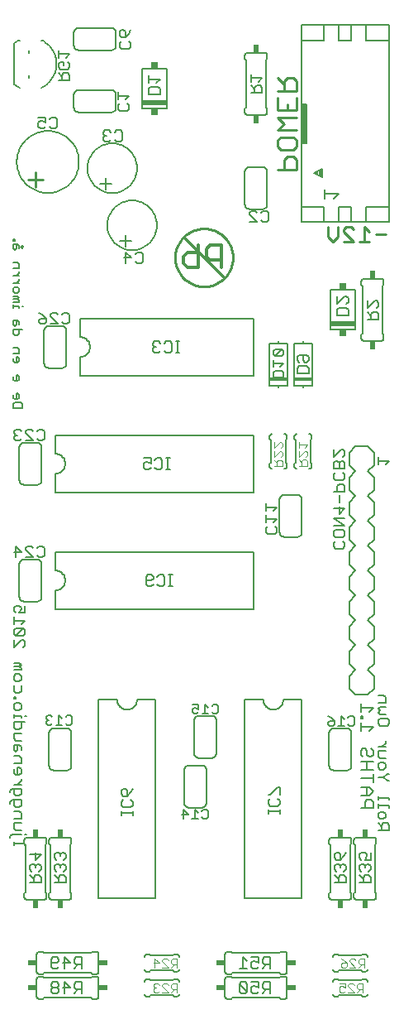
<source format=gbo>
G75*
%MOIN*%
%OFA0B0*%
%FSLAX24Y24*%
%IPPOS*%
%LPD*%
%AMOC8*
5,1,8,0,0,1.08239X$1,22.5*
%
%ADD10C,0.0100*%
%ADD11C,0.0060*%
%ADD12C,0.0070*%
%ADD13C,0.0120*%
%ADD14C,0.0087*%
%ADD15C,0.0050*%
%ADD16R,0.0240X0.0340*%
%ADD17R,0.0100X0.0200*%
%ADD18R,0.0050X0.0150*%
%ADD19R,0.0100X0.0100*%
%ADD20R,0.1000X0.0200*%
%ADD21R,0.0300X0.0250*%
%ADD22C,0.0069*%
%ADD23C,0.0040*%
%ADD24C,0.0079*%
%ADD25R,0.0340X0.0240*%
D10*
X001800Y033517D02*
X001800Y033817D01*
X002100Y033817D01*
X001800Y033817D02*
X001800Y034117D01*
X001800Y033817D02*
X001500Y033817D01*
X011575Y034217D02*
X012336Y034217D01*
X012336Y034597D01*
X012209Y034724D01*
X011955Y034724D01*
X011829Y034597D01*
X011829Y034217D01*
X011702Y035009D02*
X011575Y035135D01*
X011575Y035389D01*
X011702Y035516D01*
X012209Y035516D01*
X012336Y035389D01*
X012336Y035135D01*
X012209Y035009D01*
X011702Y035009D01*
X011575Y035800D02*
X011829Y036054D01*
X011575Y036308D01*
X012336Y036308D01*
X012336Y036592D02*
X011575Y036592D01*
X011575Y037099D01*
X011575Y037384D02*
X012336Y037384D01*
X012336Y037764D01*
X012209Y037891D01*
X011955Y037891D01*
X011829Y037764D01*
X011829Y037384D01*
X011829Y037638D02*
X011575Y037891D01*
X011955Y036846D02*
X011955Y036592D01*
X012336Y036592D02*
X012336Y037099D01*
X012336Y035800D02*
X011575Y035800D01*
X013589Y031917D02*
X013589Y031517D01*
X013789Y031317D01*
X013990Y031517D01*
X013990Y031917D01*
X014234Y031817D02*
X014334Y031917D01*
X014534Y031917D01*
X014634Y031817D01*
X014234Y031717D02*
X014634Y031317D01*
X014234Y031317D01*
X014234Y031717D02*
X014234Y031817D01*
X014878Y031317D02*
X015279Y031317D01*
X015079Y031317D02*
X015079Y031917D01*
X015279Y031717D01*
X015523Y031617D02*
X015923Y031617D01*
D11*
X016072Y032090D02*
X016072Y032720D01*
X015150Y032720D01*
X015150Y032090D01*
X014550Y032090D01*
X014050Y032090D01*
X013450Y032090D01*
X012528Y032090D01*
X012528Y032720D01*
X013450Y032720D01*
X013450Y032090D01*
X013480Y033044D02*
X013480Y033405D01*
X013480Y033224D02*
X014020Y033224D01*
X013840Y033044D01*
X014050Y032720D02*
X014550Y032720D01*
X014550Y032090D01*
X014050Y032090D02*
X014050Y032720D01*
X013380Y033897D02*
X013050Y034067D01*
X013150Y034067D01*
X013050Y034067D02*
X013380Y034237D01*
X013380Y033897D01*
X012725Y035279D02*
X012686Y035279D01*
X012686Y036854D01*
X012725Y036854D01*
X012725Y035279D01*
X012686Y035279D02*
X012646Y035279D01*
X012646Y036854D01*
X012686Y036854D01*
X012646Y036854D02*
X012607Y036854D01*
X012607Y035319D01*
X012568Y035319D01*
X012568Y036815D01*
X012528Y036854D02*
X012607Y036854D01*
X012528Y036854D02*
X012528Y039413D01*
X012528Y040043D01*
X013450Y040043D01*
X014050Y040043D01*
X014550Y040043D01*
X015150Y040043D01*
X016072Y040043D01*
X016072Y039413D01*
X015150Y039413D01*
X015150Y040043D01*
X014550Y040043D02*
X014550Y039413D01*
X014050Y039413D01*
X014050Y040043D01*
X013450Y040043D02*
X013450Y039413D01*
X012528Y039413D01*
X012528Y036854D02*
X012528Y035279D01*
X012646Y035279D01*
X012528Y035279D02*
X012528Y032720D01*
X011150Y032817D02*
X011150Y034117D01*
X011148Y034143D01*
X011143Y034169D01*
X011135Y034194D01*
X011123Y034217D01*
X011109Y034239D01*
X011091Y034258D01*
X011072Y034276D01*
X011050Y034290D01*
X011027Y034302D01*
X011002Y034310D01*
X010976Y034315D01*
X010950Y034317D01*
X010450Y034317D01*
X010424Y034315D01*
X010398Y034310D01*
X010373Y034302D01*
X010350Y034290D01*
X010328Y034276D01*
X010309Y034258D01*
X010291Y034239D01*
X010277Y034217D01*
X010265Y034194D01*
X010257Y034169D01*
X010252Y034143D01*
X010250Y034117D01*
X010250Y032817D01*
X010252Y032791D01*
X010257Y032765D01*
X010265Y032740D01*
X010277Y032717D01*
X010291Y032695D01*
X010309Y032676D01*
X010328Y032658D01*
X010350Y032644D01*
X010373Y032632D01*
X010398Y032624D01*
X010424Y032619D01*
X010450Y032617D01*
X010950Y032617D01*
X010976Y032619D01*
X011002Y032624D01*
X011027Y032632D01*
X011050Y032644D01*
X011072Y032658D01*
X011091Y032676D01*
X011109Y032695D01*
X011123Y032717D01*
X011135Y032740D01*
X011143Y032765D01*
X011148Y032791D01*
X011150Y032817D01*
X011050Y036417D02*
X010350Y036417D01*
X010333Y036419D01*
X010316Y036423D01*
X010300Y036430D01*
X010286Y036440D01*
X010273Y036453D01*
X010263Y036467D01*
X010256Y036483D01*
X010252Y036500D01*
X010250Y036517D01*
X010250Y036667D01*
X010300Y036717D01*
X010300Y038617D01*
X010250Y038667D01*
X010250Y038817D01*
X010252Y038834D01*
X010256Y038851D01*
X010263Y038867D01*
X010273Y038881D01*
X010286Y038894D01*
X010300Y038904D01*
X010316Y038911D01*
X010333Y038915D01*
X010350Y038917D01*
X011050Y038917D01*
X011067Y038915D01*
X011084Y038911D01*
X011100Y038904D01*
X011114Y038894D01*
X011127Y038881D01*
X011137Y038867D01*
X011144Y038851D01*
X011148Y038834D01*
X011150Y038817D01*
X011150Y038667D01*
X011100Y038617D01*
X011100Y036717D01*
X011150Y036667D01*
X011150Y036517D01*
X011148Y036500D01*
X011144Y036483D01*
X011137Y036467D01*
X011127Y036453D01*
X011114Y036440D01*
X011100Y036430D01*
X011084Y036423D01*
X011067Y036419D01*
X011050Y036417D01*
X013700Y029367D02*
X014700Y029367D01*
X014700Y027767D01*
X013700Y027767D01*
X013700Y029367D01*
X014950Y029567D02*
X015000Y029517D01*
X015000Y027617D01*
X014950Y027567D01*
X014950Y027417D01*
X014952Y027400D01*
X014956Y027383D01*
X014963Y027367D01*
X014973Y027353D01*
X014986Y027340D01*
X015000Y027330D01*
X015016Y027323D01*
X015033Y027319D01*
X015050Y027317D01*
X015750Y027317D01*
X015767Y027319D01*
X015784Y027323D01*
X015800Y027330D01*
X015814Y027340D01*
X015827Y027353D01*
X015837Y027367D01*
X015844Y027383D01*
X015848Y027400D01*
X015850Y027417D01*
X015850Y027567D01*
X015800Y027617D01*
X015800Y029517D01*
X015850Y029567D01*
X015850Y029717D01*
X015848Y029734D01*
X015844Y029751D01*
X015837Y029767D01*
X015827Y029781D01*
X015814Y029794D01*
X015800Y029804D01*
X015784Y029811D01*
X015767Y029815D01*
X015750Y029817D01*
X015050Y029817D01*
X015033Y029815D01*
X015016Y029811D01*
X015000Y029804D01*
X014986Y029794D01*
X014973Y029781D01*
X014963Y029767D01*
X014956Y029751D01*
X014952Y029734D01*
X014950Y029717D01*
X014950Y029567D01*
X015150Y032090D02*
X016072Y032090D01*
X016072Y032720D02*
X016072Y039413D01*
X010600Y028217D02*
X010600Y025917D01*
X003600Y025917D01*
X003600Y026667D01*
X003639Y026669D01*
X003678Y026675D01*
X003716Y026684D01*
X003753Y026697D01*
X003789Y026714D01*
X003822Y026734D01*
X003854Y026758D01*
X003883Y026784D01*
X003909Y026813D01*
X003933Y026845D01*
X003953Y026878D01*
X003970Y026914D01*
X003983Y026951D01*
X003992Y026989D01*
X003998Y027028D01*
X004000Y027067D01*
X003998Y027106D01*
X003992Y027145D01*
X003983Y027183D01*
X003970Y027220D01*
X003953Y027256D01*
X003933Y027289D01*
X003909Y027321D01*
X003883Y027350D01*
X003854Y027376D01*
X003822Y027400D01*
X003789Y027420D01*
X003753Y027437D01*
X003716Y027450D01*
X003678Y027459D01*
X003639Y027465D01*
X003600Y027467D01*
X003600Y028217D01*
X010600Y028217D01*
X010600Y023517D02*
X010600Y021217D01*
X002600Y021217D01*
X002600Y021967D01*
X002639Y021969D01*
X002678Y021975D01*
X002716Y021984D01*
X002753Y021997D01*
X002789Y022014D01*
X002822Y022034D01*
X002854Y022058D01*
X002883Y022084D01*
X002909Y022113D01*
X002933Y022145D01*
X002953Y022178D01*
X002970Y022214D01*
X002983Y022251D01*
X002992Y022289D01*
X002998Y022328D01*
X003000Y022367D01*
X002998Y022406D01*
X002992Y022445D01*
X002983Y022483D01*
X002970Y022520D01*
X002953Y022556D01*
X002933Y022589D01*
X002909Y022621D01*
X002883Y022650D01*
X002854Y022676D01*
X002822Y022700D01*
X002789Y022720D01*
X002753Y022737D01*
X002716Y022750D01*
X002678Y022759D01*
X002639Y022765D01*
X002600Y022767D01*
X002600Y023517D01*
X010600Y023517D01*
X011250Y023467D02*
X011250Y023367D01*
X011300Y023317D01*
X011300Y022417D01*
X011250Y022367D01*
X011250Y022267D01*
X011252Y022250D01*
X011256Y022233D01*
X011263Y022217D01*
X011273Y022203D01*
X011286Y022190D01*
X011300Y022180D01*
X011316Y022173D01*
X011333Y022169D01*
X011350Y022167D01*
X011850Y022167D02*
X011867Y022169D01*
X011884Y022173D01*
X011900Y022180D01*
X011914Y022190D01*
X011927Y022203D01*
X011937Y022217D01*
X011944Y022233D01*
X011948Y022250D01*
X011950Y022267D01*
X011950Y022367D01*
X011900Y022417D01*
X011900Y023317D01*
X011950Y023367D01*
X011950Y023467D01*
X011948Y023484D01*
X011944Y023501D01*
X011937Y023517D01*
X011927Y023531D01*
X011914Y023544D01*
X011900Y023554D01*
X011884Y023561D01*
X011867Y023565D01*
X011850Y023567D01*
X012250Y023467D02*
X012250Y023367D01*
X012300Y023317D01*
X012300Y022417D01*
X012250Y022367D01*
X012250Y022267D01*
X012252Y022250D01*
X012256Y022233D01*
X012263Y022217D01*
X012273Y022203D01*
X012286Y022190D01*
X012300Y022180D01*
X012316Y022173D01*
X012333Y022169D01*
X012350Y022167D01*
X012350Y021117D02*
X011850Y021117D01*
X011824Y021115D01*
X011798Y021110D01*
X011773Y021102D01*
X011750Y021090D01*
X011728Y021076D01*
X011709Y021058D01*
X011691Y021039D01*
X011677Y021017D01*
X011665Y020994D01*
X011657Y020969D01*
X011652Y020943D01*
X011650Y020917D01*
X011650Y019617D01*
X011652Y019591D01*
X011657Y019565D01*
X011665Y019540D01*
X011677Y019517D01*
X011691Y019495D01*
X011709Y019476D01*
X011728Y019458D01*
X011750Y019444D01*
X011773Y019432D01*
X011798Y019424D01*
X011824Y019419D01*
X011850Y019417D01*
X012350Y019417D01*
X012376Y019419D01*
X012402Y019424D01*
X012427Y019432D01*
X012450Y019444D01*
X012472Y019458D01*
X012491Y019476D01*
X012509Y019495D01*
X012523Y019517D01*
X012535Y019540D01*
X012543Y019565D01*
X012548Y019591D01*
X012550Y019617D01*
X012550Y020917D01*
X012548Y020943D01*
X012543Y020969D01*
X012535Y020994D01*
X012523Y021017D01*
X012509Y021039D01*
X012491Y021058D01*
X012472Y021076D01*
X012450Y021090D01*
X012427Y021102D01*
X012402Y021110D01*
X012376Y021115D01*
X012350Y021117D01*
X012850Y022167D02*
X012867Y022169D01*
X012884Y022173D01*
X012900Y022180D01*
X012914Y022190D01*
X012927Y022203D01*
X012937Y022217D01*
X012944Y022233D01*
X012948Y022250D01*
X012950Y022267D01*
X012950Y022367D01*
X012900Y022417D01*
X012900Y023317D01*
X012950Y023367D01*
X012950Y023467D01*
X012948Y023484D01*
X012944Y023501D01*
X012937Y023517D01*
X012927Y023531D01*
X012914Y023544D01*
X012900Y023554D01*
X012884Y023561D01*
X012867Y023565D01*
X012850Y023567D01*
X012350Y023567D02*
X012333Y023565D01*
X012316Y023561D01*
X012300Y023554D01*
X012286Y023544D01*
X012273Y023531D01*
X012263Y023517D01*
X012256Y023501D01*
X012252Y023484D01*
X012250Y023467D01*
X011350Y023567D02*
X011333Y023565D01*
X011316Y023561D01*
X011300Y023554D01*
X011286Y023544D01*
X011273Y023531D01*
X011263Y023517D01*
X011256Y023501D01*
X011252Y023484D01*
X011250Y023467D01*
X010600Y018817D02*
X010600Y016517D01*
X002600Y016517D01*
X002600Y017267D01*
X002639Y017269D01*
X002678Y017275D01*
X002716Y017284D01*
X002753Y017297D01*
X002789Y017314D01*
X002822Y017334D01*
X002854Y017358D01*
X002883Y017384D01*
X002909Y017413D01*
X002933Y017445D01*
X002953Y017478D01*
X002970Y017514D01*
X002983Y017551D01*
X002992Y017589D01*
X002998Y017628D01*
X003000Y017667D01*
X002998Y017706D01*
X002992Y017745D01*
X002983Y017783D01*
X002970Y017820D01*
X002953Y017856D01*
X002933Y017889D01*
X002909Y017921D01*
X002883Y017950D01*
X002854Y017976D01*
X002822Y018000D01*
X002789Y018020D01*
X002753Y018037D01*
X002716Y018050D01*
X002678Y018059D01*
X002639Y018065D01*
X002600Y018067D01*
X002600Y018817D01*
X010600Y018817D01*
X010250Y012867D02*
X011000Y012867D01*
X011002Y012828D01*
X011008Y012789D01*
X011017Y012751D01*
X011030Y012714D01*
X011047Y012678D01*
X011067Y012645D01*
X011091Y012613D01*
X011117Y012584D01*
X011146Y012558D01*
X011178Y012534D01*
X011211Y012514D01*
X011247Y012497D01*
X011284Y012484D01*
X011322Y012475D01*
X011361Y012469D01*
X011400Y012467D01*
X011439Y012469D01*
X011478Y012475D01*
X011516Y012484D01*
X011553Y012497D01*
X011589Y012514D01*
X011622Y012534D01*
X011654Y012558D01*
X011683Y012584D01*
X011709Y012613D01*
X011733Y012645D01*
X011753Y012678D01*
X011770Y012714D01*
X011783Y012751D01*
X011792Y012789D01*
X011798Y012828D01*
X011800Y012867D01*
X012550Y012867D01*
X012550Y004867D01*
X010250Y004867D01*
X010250Y012867D01*
X009100Y012017D02*
X009100Y010717D01*
X009098Y010691D01*
X009093Y010665D01*
X009085Y010640D01*
X009073Y010617D01*
X009059Y010595D01*
X009041Y010576D01*
X009022Y010558D01*
X009000Y010544D01*
X008977Y010532D01*
X008952Y010524D01*
X008926Y010519D01*
X008900Y010517D01*
X008400Y010517D01*
X008374Y010519D01*
X008348Y010524D01*
X008323Y010532D01*
X008300Y010544D01*
X008278Y010558D01*
X008259Y010576D01*
X008241Y010595D01*
X008227Y010617D01*
X008215Y010640D01*
X008207Y010665D01*
X008202Y010691D01*
X008200Y010717D01*
X008200Y012017D01*
X008202Y012043D01*
X008207Y012069D01*
X008215Y012094D01*
X008227Y012117D01*
X008241Y012139D01*
X008259Y012158D01*
X008278Y012176D01*
X008300Y012190D01*
X008323Y012202D01*
X008348Y012210D01*
X008374Y012215D01*
X008400Y012217D01*
X008900Y012217D01*
X008926Y012215D01*
X008952Y012210D01*
X008977Y012202D01*
X009000Y012190D01*
X009022Y012176D01*
X009041Y012158D01*
X009059Y012139D01*
X009073Y012117D01*
X009085Y012094D01*
X009093Y012069D01*
X009098Y012043D01*
X009100Y012017D01*
X008500Y010217D02*
X008000Y010217D01*
X007974Y010215D01*
X007948Y010210D01*
X007923Y010202D01*
X007900Y010190D01*
X007878Y010176D01*
X007859Y010158D01*
X007841Y010139D01*
X007827Y010117D01*
X007815Y010094D01*
X007807Y010069D01*
X007802Y010043D01*
X007800Y010017D01*
X007800Y008717D01*
X007802Y008691D01*
X007807Y008665D01*
X007815Y008640D01*
X007827Y008617D01*
X007841Y008595D01*
X007859Y008576D01*
X007878Y008558D01*
X007900Y008544D01*
X007923Y008532D01*
X007948Y008524D01*
X007974Y008519D01*
X008000Y008517D01*
X008500Y008517D01*
X008526Y008519D01*
X008552Y008524D01*
X008577Y008532D01*
X008600Y008544D01*
X008622Y008558D01*
X008641Y008576D01*
X008659Y008595D01*
X008673Y008617D01*
X008685Y008640D01*
X008693Y008665D01*
X008698Y008691D01*
X008700Y008717D01*
X008700Y010017D01*
X008698Y010043D01*
X008693Y010069D01*
X008685Y010094D01*
X008673Y010117D01*
X008659Y010139D01*
X008641Y010158D01*
X008622Y010176D01*
X008600Y010190D01*
X008577Y010202D01*
X008552Y010210D01*
X008526Y010215D01*
X008500Y010217D01*
X006650Y012867D02*
X005900Y012867D01*
X005898Y012828D01*
X005892Y012789D01*
X005883Y012751D01*
X005870Y012714D01*
X005853Y012678D01*
X005833Y012645D01*
X005809Y012613D01*
X005783Y012584D01*
X005754Y012558D01*
X005722Y012534D01*
X005689Y012514D01*
X005653Y012497D01*
X005616Y012484D01*
X005578Y012475D01*
X005539Y012469D01*
X005500Y012467D01*
X005461Y012469D01*
X005422Y012475D01*
X005384Y012484D01*
X005347Y012497D01*
X005311Y012514D01*
X005278Y012534D01*
X005246Y012558D01*
X005217Y012584D01*
X005191Y012613D01*
X005167Y012645D01*
X005147Y012678D01*
X005130Y012714D01*
X005117Y012751D01*
X005108Y012789D01*
X005102Y012828D01*
X005100Y012867D01*
X004350Y012867D01*
X004350Y004867D01*
X006650Y004867D01*
X006650Y012867D01*
X003250Y011517D02*
X003250Y010217D01*
X003248Y010191D01*
X003243Y010165D01*
X003235Y010140D01*
X003223Y010117D01*
X003209Y010095D01*
X003191Y010076D01*
X003172Y010058D01*
X003150Y010044D01*
X003127Y010032D01*
X003102Y010024D01*
X003076Y010019D01*
X003050Y010017D01*
X002550Y010017D01*
X002524Y010019D01*
X002498Y010024D01*
X002473Y010032D01*
X002450Y010044D01*
X002428Y010058D01*
X002409Y010076D01*
X002391Y010095D01*
X002377Y010117D01*
X002365Y010140D01*
X002357Y010165D01*
X002352Y010191D01*
X002350Y010217D01*
X002350Y011517D01*
X002352Y011543D01*
X002357Y011569D01*
X002365Y011594D01*
X002377Y011617D01*
X002391Y011639D01*
X002409Y011658D01*
X002428Y011676D01*
X002450Y011690D01*
X002473Y011702D01*
X002498Y011710D01*
X002524Y011715D01*
X002550Y011717D01*
X003050Y011717D01*
X003076Y011715D01*
X003102Y011710D01*
X003127Y011702D01*
X003150Y011690D01*
X003172Y011676D01*
X003191Y011658D01*
X003209Y011639D01*
X003223Y011617D01*
X003235Y011594D01*
X003243Y011569D01*
X003248Y011543D01*
X003250Y011517D01*
X003150Y007317D02*
X002450Y007317D01*
X002433Y007315D01*
X002416Y007311D01*
X002400Y007304D01*
X002386Y007294D01*
X002373Y007281D01*
X002363Y007267D01*
X002356Y007251D01*
X002352Y007234D01*
X002350Y007217D01*
X002350Y007067D01*
X002400Y007017D01*
X002400Y005117D01*
X002350Y005067D01*
X002350Y004917D01*
X002352Y004900D01*
X002356Y004883D01*
X002363Y004867D01*
X002373Y004853D01*
X002386Y004840D01*
X002400Y004830D01*
X002416Y004823D01*
X002433Y004819D01*
X002450Y004817D01*
X003150Y004817D01*
X003167Y004819D01*
X003184Y004823D01*
X003200Y004830D01*
X003214Y004840D01*
X003227Y004853D01*
X003237Y004867D01*
X003244Y004883D01*
X003248Y004900D01*
X003250Y004917D01*
X003250Y005067D01*
X003200Y005117D01*
X003200Y007017D01*
X003250Y007067D01*
X003250Y007217D01*
X003248Y007234D01*
X003244Y007251D01*
X003237Y007267D01*
X003227Y007281D01*
X003214Y007294D01*
X003200Y007304D01*
X003184Y007311D01*
X003167Y007315D01*
X003150Y007317D01*
X002250Y007217D02*
X002250Y007067D01*
X002200Y007017D01*
X002200Y005117D01*
X002250Y005067D01*
X002250Y004917D01*
X002248Y004900D01*
X002244Y004883D01*
X002237Y004867D01*
X002227Y004853D01*
X002214Y004840D01*
X002200Y004830D01*
X002184Y004823D01*
X002167Y004819D01*
X002150Y004817D01*
X001450Y004817D01*
X001433Y004819D01*
X001416Y004823D01*
X001400Y004830D01*
X001386Y004840D01*
X001373Y004853D01*
X001363Y004867D01*
X001356Y004883D01*
X001352Y004900D01*
X001350Y004917D01*
X001350Y005067D01*
X001400Y005117D01*
X001400Y007017D01*
X001350Y007067D01*
X001350Y007217D01*
X001352Y007234D01*
X001356Y007251D01*
X001363Y007267D01*
X001373Y007281D01*
X001386Y007294D01*
X001400Y007304D01*
X001416Y007311D01*
X001433Y007315D01*
X001450Y007317D01*
X002150Y007317D01*
X002167Y007315D01*
X002184Y007311D01*
X002200Y007304D01*
X002214Y007294D01*
X002227Y007281D01*
X002237Y007267D01*
X002244Y007251D01*
X002248Y007234D01*
X002250Y007217D01*
X001444Y007450D02*
X001370Y007450D01*
X001224Y007450D02*
X000857Y007450D01*
X000783Y007377D01*
X000783Y007304D01*
X000930Y007143D02*
X000930Y006997D01*
X000930Y007070D02*
X001370Y007070D01*
X001370Y006997D01*
X001224Y007611D02*
X001003Y007611D01*
X000930Y007684D01*
X000930Y007904D01*
X001224Y007904D01*
X001224Y008071D02*
X001224Y008291D01*
X001150Y008364D01*
X000930Y008364D01*
X001003Y008531D02*
X000930Y008605D01*
X000930Y008825D01*
X000857Y008825D02*
X001224Y008825D01*
X001224Y008605D01*
X001150Y008531D01*
X001003Y008531D01*
X000783Y008751D02*
X000857Y008825D01*
X000783Y008751D02*
X000783Y008678D01*
X001003Y008992D02*
X000930Y009065D01*
X000930Y009285D01*
X000857Y009285D02*
X001224Y009285D01*
X001224Y009065D01*
X001150Y008992D01*
X001003Y008992D01*
X000783Y009212D02*
X000857Y009285D01*
X000783Y009212D02*
X000783Y009138D01*
X000930Y009452D02*
X001224Y009452D01*
X001224Y009599D02*
X001224Y009672D01*
X001224Y009599D02*
X001077Y009452D01*
X001077Y009836D02*
X001077Y010129D01*
X001150Y010129D01*
X001224Y010056D01*
X001224Y009909D01*
X001150Y009836D01*
X001003Y009836D01*
X000930Y009909D01*
X000930Y010056D01*
X000930Y010296D02*
X001224Y010296D01*
X001224Y010516D01*
X001150Y010590D01*
X000930Y010590D01*
X001003Y010757D02*
X000930Y010830D01*
X000930Y011050D01*
X001150Y011050D01*
X001224Y010977D01*
X001224Y010830D01*
X001077Y010830D02*
X001077Y011050D01*
X001003Y011217D02*
X000930Y011290D01*
X000930Y011511D01*
X001224Y011511D01*
X001150Y011677D02*
X001224Y011751D01*
X001224Y011971D01*
X001370Y011971D02*
X000930Y011971D01*
X000930Y011751D01*
X001003Y011677D01*
X001150Y011677D01*
X001224Y011217D02*
X001003Y011217D01*
X001077Y010830D02*
X001003Y010757D01*
X000930Y012138D02*
X000930Y012285D01*
X000930Y012211D02*
X001224Y012211D01*
X001224Y012138D01*
X001370Y012211D02*
X001444Y012211D01*
X001150Y012445D02*
X001224Y012518D01*
X001224Y012665D01*
X001150Y012738D01*
X001003Y012738D01*
X000930Y012665D01*
X000930Y012518D01*
X001003Y012445D01*
X001150Y012445D01*
X001003Y012905D02*
X000930Y012905D01*
X000930Y012978D01*
X001003Y012978D01*
X001003Y012905D01*
X001003Y013135D02*
X000930Y013209D01*
X000930Y013429D01*
X001003Y013596D02*
X000930Y013669D01*
X000930Y013816D01*
X001003Y013889D01*
X001150Y013889D01*
X001224Y013816D01*
X001224Y013669D01*
X001150Y013596D01*
X001003Y013596D01*
X001224Y013429D02*
X001224Y013209D01*
X001150Y013135D01*
X001003Y013135D01*
X000930Y014056D02*
X001224Y014056D01*
X001224Y014129D01*
X001150Y014203D01*
X001224Y014276D01*
X001150Y014350D01*
X000930Y014350D01*
X000930Y014203D02*
X001150Y014203D01*
X001297Y014977D02*
X001370Y015050D01*
X001370Y015197D01*
X001297Y015270D01*
X001224Y015270D01*
X000930Y014977D01*
X000930Y015270D01*
X001003Y015437D02*
X000930Y015511D01*
X000930Y015657D01*
X001003Y015731D01*
X001297Y015731D01*
X001003Y015437D01*
X001297Y015437D01*
X001370Y015511D01*
X001370Y015657D01*
X001297Y015731D01*
X001224Y015898D02*
X001370Y016044D01*
X000930Y016044D01*
X000930Y015898D02*
X000930Y016191D01*
X001003Y016358D02*
X000930Y016431D01*
X000930Y016578D01*
X001003Y016652D01*
X001150Y016652D01*
X001224Y016578D01*
X001224Y016505D01*
X001150Y016358D01*
X001370Y016358D01*
X001370Y016652D01*
X001350Y016817D02*
X001850Y016817D01*
X001876Y016819D01*
X001902Y016824D01*
X001927Y016832D01*
X001950Y016844D01*
X001972Y016858D01*
X001991Y016876D01*
X002009Y016895D01*
X002023Y016917D01*
X002035Y016940D01*
X002043Y016965D01*
X002048Y016991D01*
X002050Y017017D01*
X002050Y018317D01*
X002048Y018343D01*
X002043Y018369D01*
X002035Y018394D01*
X002023Y018417D01*
X002009Y018439D01*
X001991Y018458D01*
X001972Y018476D01*
X001950Y018490D01*
X001927Y018502D01*
X001902Y018510D01*
X001876Y018515D01*
X001850Y018517D01*
X001350Y018517D01*
X001324Y018515D01*
X001298Y018510D01*
X001273Y018502D01*
X001250Y018490D01*
X001228Y018476D01*
X001209Y018458D01*
X001191Y018439D01*
X001177Y018417D01*
X001165Y018394D01*
X001157Y018369D01*
X001152Y018343D01*
X001150Y018317D01*
X001150Y017017D01*
X001152Y016991D01*
X001157Y016965D01*
X001165Y016940D01*
X001177Y016917D01*
X001191Y016895D01*
X001209Y016876D01*
X001228Y016858D01*
X001250Y016844D01*
X001273Y016832D01*
X001298Y016824D01*
X001324Y016819D01*
X001350Y016817D01*
X001350Y021517D02*
X001850Y021517D01*
X001876Y021519D01*
X001902Y021524D01*
X001927Y021532D01*
X001950Y021544D01*
X001972Y021558D01*
X001991Y021576D01*
X002009Y021595D01*
X002023Y021617D01*
X002035Y021640D01*
X002043Y021665D01*
X002048Y021691D01*
X002050Y021717D01*
X002050Y023017D01*
X002048Y023043D01*
X002043Y023069D01*
X002035Y023094D01*
X002023Y023117D01*
X002009Y023139D01*
X001991Y023158D01*
X001972Y023176D01*
X001950Y023190D01*
X001927Y023202D01*
X001902Y023210D01*
X001876Y023215D01*
X001850Y023217D01*
X001350Y023217D01*
X001324Y023215D01*
X001298Y023210D01*
X001273Y023202D01*
X001250Y023190D01*
X001228Y023176D01*
X001209Y023158D01*
X001191Y023139D01*
X001177Y023117D01*
X001165Y023094D01*
X001157Y023069D01*
X001152Y023043D01*
X001150Y023017D01*
X001150Y021717D01*
X001152Y021691D01*
X001157Y021665D01*
X001165Y021640D01*
X001177Y021617D01*
X001191Y021595D01*
X001209Y021576D01*
X001228Y021558D01*
X001250Y021544D01*
X001273Y021532D01*
X001298Y021524D01*
X001324Y021519D01*
X001350Y021517D01*
X002350Y026217D02*
X002850Y026217D01*
X002876Y026219D01*
X002902Y026224D01*
X002927Y026232D01*
X002950Y026244D01*
X002972Y026258D01*
X002991Y026276D01*
X003009Y026295D01*
X003023Y026317D01*
X003035Y026340D01*
X003043Y026365D01*
X003048Y026391D01*
X003050Y026417D01*
X003050Y027717D01*
X003048Y027743D01*
X003043Y027769D01*
X003035Y027794D01*
X003023Y027817D01*
X003009Y027839D01*
X002991Y027858D01*
X002972Y027876D01*
X002950Y027890D01*
X002927Y027902D01*
X002902Y027910D01*
X002876Y027915D01*
X002850Y027917D01*
X002350Y027917D01*
X002324Y027915D01*
X002298Y027910D01*
X002273Y027902D01*
X002250Y027890D01*
X002228Y027876D01*
X002209Y027858D01*
X002191Y027839D01*
X002177Y027817D01*
X002165Y027794D01*
X002157Y027769D01*
X002152Y027743D01*
X002150Y027717D01*
X002150Y026417D01*
X002152Y026391D01*
X002157Y026365D01*
X002165Y026340D01*
X002177Y026317D01*
X002191Y026295D01*
X002209Y026276D01*
X002228Y026258D01*
X002250Y026244D01*
X002273Y026232D01*
X002298Y026224D01*
X002324Y026219D01*
X002350Y026217D01*
X003900Y034267D02*
X003902Y034330D01*
X003908Y034392D01*
X003918Y034454D01*
X003931Y034516D01*
X003949Y034576D01*
X003970Y034635D01*
X003995Y034693D01*
X004024Y034749D01*
X004056Y034803D01*
X004091Y034855D01*
X004129Y034904D01*
X004171Y034952D01*
X004215Y034996D01*
X004263Y035038D01*
X004312Y035076D01*
X004364Y035111D01*
X004418Y035143D01*
X004474Y035172D01*
X004532Y035197D01*
X004591Y035218D01*
X004651Y035236D01*
X004713Y035249D01*
X004775Y035259D01*
X004837Y035265D01*
X004900Y035267D01*
X004963Y035265D01*
X005025Y035259D01*
X005087Y035249D01*
X005149Y035236D01*
X005209Y035218D01*
X005268Y035197D01*
X005326Y035172D01*
X005382Y035143D01*
X005436Y035111D01*
X005488Y035076D01*
X005537Y035038D01*
X005585Y034996D01*
X005629Y034952D01*
X005671Y034904D01*
X005709Y034855D01*
X005744Y034803D01*
X005776Y034749D01*
X005805Y034693D01*
X005830Y034635D01*
X005851Y034576D01*
X005869Y034516D01*
X005882Y034454D01*
X005892Y034392D01*
X005898Y034330D01*
X005900Y034267D01*
X005898Y034204D01*
X005892Y034142D01*
X005882Y034080D01*
X005869Y034018D01*
X005851Y033958D01*
X005830Y033899D01*
X005805Y033841D01*
X005776Y033785D01*
X005744Y033731D01*
X005709Y033679D01*
X005671Y033630D01*
X005629Y033582D01*
X005585Y033538D01*
X005537Y033496D01*
X005488Y033458D01*
X005436Y033423D01*
X005382Y033391D01*
X005326Y033362D01*
X005268Y033337D01*
X005209Y033316D01*
X005149Y033298D01*
X005087Y033285D01*
X005025Y033275D01*
X004963Y033269D01*
X004900Y033267D01*
X004837Y033269D01*
X004775Y033275D01*
X004713Y033285D01*
X004651Y033298D01*
X004591Y033316D01*
X004532Y033337D01*
X004474Y033362D01*
X004418Y033391D01*
X004364Y033423D01*
X004312Y033458D01*
X004263Y033496D01*
X004215Y033538D01*
X004171Y033582D01*
X004129Y033630D01*
X004091Y033679D01*
X004056Y033731D01*
X004024Y033785D01*
X003995Y033841D01*
X003970Y033899D01*
X003949Y033958D01*
X003931Y034018D01*
X003918Y034080D01*
X003908Y034142D01*
X003902Y034204D01*
X003900Y034267D01*
X003550Y036517D02*
X004850Y036517D01*
X004876Y036519D01*
X004902Y036524D01*
X004927Y036532D01*
X004950Y036544D01*
X004972Y036558D01*
X004991Y036576D01*
X005009Y036595D01*
X005023Y036617D01*
X005035Y036640D01*
X005043Y036665D01*
X005048Y036691D01*
X005050Y036717D01*
X005050Y037217D01*
X005048Y037243D01*
X005043Y037269D01*
X005035Y037294D01*
X005023Y037317D01*
X005009Y037339D01*
X004991Y037358D01*
X004972Y037376D01*
X004950Y037390D01*
X004927Y037402D01*
X004902Y037410D01*
X004876Y037415D01*
X004850Y037417D01*
X003550Y037417D01*
X003524Y037415D01*
X003498Y037410D01*
X003473Y037402D01*
X003450Y037390D01*
X003428Y037376D01*
X003409Y037358D01*
X003391Y037339D01*
X003377Y037317D01*
X003365Y037294D01*
X003357Y037269D01*
X003352Y037243D01*
X003350Y037217D01*
X003350Y036717D01*
X003352Y036691D01*
X003357Y036665D01*
X003365Y036640D01*
X003377Y036617D01*
X003391Y036595D01*
X003409Y036576D01*
X003428Y036558D01*
X003450Y036544D01*
X003473Y036532D01*
X003498Y036524D01*
X003524Y036519D01*
X003550Y036517D01*
X003550Y039017D02*
X004850Y039017D01*
X004876Y039019D01*
X004902Y039024D01*
X004927Y039032D01*
X004950Y039044D01*
X004972Y039058D01*
X004991Y039076D01*
X005009Y039095D01*
X005023Y039117D01*
X005035Y039140D01*
X005043Y039165D01*
X005048Y039191D01*
X005050Y039217D01*
X005050Y039717D01*
X005048Y039743D01*
X005043Y039769D01*
X005035Y039794D01*
X005023Y039817D01*
X005009Y039839D01*
X004991Y039858D01*
X004972Y039876D01*
X004950Y039890D01*
X004927Y039902D01*
X004902Y039910D01*
X004876Y039915D01*
X004850Y039917D01*
X003550Y039917D01*
X003524Y039915D01*
X003498Y039910D01*
X003473Y039902D01*
X003450Y039890D01*
X003428Y039876D01*
X003409Y039858D01*
X003391Y039839D01*
X003377Y039817D01*
X003365Y039794D01*
X003357Y039769D01*
X003352Y039743D01*
X003350Y039717D01*
X003350Y039217D01*
X003352Y039191D01*
X003357Y039165D01*
X003365Y039140D01*
X003377Y039117D01*
X003391Y039095D01*
X003409Y039076D01*
X003428Y039058D01*
X003450Y039044D01*
X003473Y039032D01*
X003498Y039024D01*
X003524Y039019D01*
X003550Y039017D01*
X001550Y039019D02*
X001550Y038914D01*
X001162Y039421D02*
X001106Y039394D01*
X001052Y039363D01*
X001000Y039329D01*
X000950Y039292D01*
X000950Y039291D02*
X000950Y037642D01*
X001550Y037914D02*
X001550Y038019D01*
X001153Y037516D02*
X001099Y037543D01*
X001048Y037573D01*
X000998Y037606D01*
X000950Y037641D01*
X002047Y037517D02*
X002104Y037546D01*
X002160Y037579D01*
X002213Y037614D01*
X002264Y037654D01*
X002312Y037696D01*
X002358Y037741D01*
X002401Y037788D01*
X002441Y037838D01*
X002478Y037891D01*
X002511Y037946D01*
X002542Y038002D01*
X002568Y038061D01*
X002591Y038121D01*
X002611Y038182D01*
X002626Y038244D01*
X002638Y038307D01*
X002646Y038371D01*
X002650Y038435D01*
X002650Y038499D01*
X002646Y038563D01*
X002638Y038627D01*
X002626Y038690D01*
X002611Y038752D01*
X002591Y038813D01*
X002568Y038873D01*
X002542Y038932D01*
X002511Y038988D01*
X002478Y039043D01*
X002441Y039096D01*
X002401Y039146D01*
X002358Y039193D01*
X002312Y039238D01*
X002264Y039280D01*
X002213Y039320D01*
X002160Y039355D01*
X002104Y039388D01*
X002047Y039417D01*
X004700Y031967D02*
X004702Y032030D01*
X004708Y032092D01*
X004718Y032154D01*
X004731Y032216D01*
X004749Y032276D01*
X004770Y032335D01*
X004795Y032393D01*
X004824Y032449D01*
X004856Y032503D01*
X004891Y032555D01*
X004929Y032604D01*
X004971Y032652D01*
X005015Y032696D01*
X005063Y032738D01*
X005112Y032776D01*
X005164Y032811D01*
X005218Y032843D01*
X005274Y032872D01*
X005332Y032897D01*
X005391Y032918D01*
X005451Y032936D01*
X005513Y032949D01*
X005575Y032959D01*
X005637Y032965D01*
X005700Y032967D01*
X005763Y032965D01*
X005825Y032959D01*
X005887Y032949D01*
X005949Y032936D01*
X006009Y032918D01*
X006068Y032897D01*
X006126Y032872D01*
X006182Y032843D01*
X006236Y032811D01*
X006288Y032776D01*
X006337Y032738D01*
X006385Y032696D01*
X006429Y032652D01*
X006471Y032604D01*
X006509Y032555D01*
X006544Y032503D01*
X006576Y032449D01*
X006605Y032393D01*
X006630Y032335D01*
X006651Y032276D01*
X006669Y032216D01*
X006682Y032154D01*
X006692Y032092D01*
X006698Y032030D01*
X006700Y031967D01*
X006698Y031904D01*
X006692Y031842D01*
X006682Y031780D01*
X006669Y031718D01*
X006651Y031658D01*
X006630Y031599D01*
X006605Y031541D01*
X006576Y031485D01*
X006544Y031431D01*
X006509Y031379D01*
X006471Y031330D01*
X006429Y031282D01*
X006385Y031238D01*
X006337Y031196D01*
X006288Y031158D01*
X006236Y031123D01*
X006182Y031091D01*
X006126Y031062D01*
X006068Y031037D01*
X006009Y031016D01*
X005949Y030998D01*
X005887Y030985D01*
X005825Y030975D01*
X005763Y030969D01*
X005700Y030967D01*
X005637Y030969D01*
X005575Y030975D01*
X005513Y030985D01*
X005451Y030998D01*
X005391Y031016D01*
X005332Y031037D01*
X005274Y031062D01*
X005218Y031091D01*
X005164Y031123D01*
X005112Y031158D01*
X005063Y031196D01*
X005015Y031238D01*
X004971Y031282D01*
X004929Y031330D01*
X004891Y031379D01*
X004856Y031431D01*
X004824Y031485D01*
X004795Y031541D01*
X004770Y031599D01*
X004749Y031658D01*
X004731Y031718D01*
X004718Y031780D01*
X004708Y031842D01*
X004702Y031904D01*
X004700Y031967D01*
X006100Y036667D02*
X007100Y036667D01*
X007100Y038267D01*
X006100Y038267D01*
X006100Y036667D01*
X014705Y023067D02*
X014455Y022817D01*
X014455Y022317D01*
X014705Y022067D01*
X014455Y021817D01*
X014455Y021317D01*
X014705Y021067D01*
X014455Y020817D01*
X014455Y020317D01*
X014705Y020067D01*
X014455Y019817D01*
X014455Y019317D01*
X014705Y019067D01*
X014455Y018817D01*
X014455Y018317D01*
X014705Y018067D01*
X014455Y017817D01*
X014455Y017317D01*
X014705Y017067D01*
X014455Y016817D01*
X014455Y016317D01*
X014705Y016067D01*
X014455Y015817D01*
X014455Y015317D01*
X014705Y015067D01*
X014455Y014817D01*
X014455Y014317D01*
X014705Y014067D01*
X014455Y013817D01*
X014455Y013317D01*
X014705Y013067D01*
X015205Y013067D01*
X015455Y013317D01*
X015455Y013817D01*
X015205Y014067D01*
X015455Y014317D01*
X015455Y014817D01*
X015205Y015067D01*
X015455Y015317D01*
X015455Y015817D01*
X015205Y016067D01*
X015455Y016317D01*
X015455Y016817D01*
X015205Y017067D01*
X015455Y017317D01*
X015455Y017817D01*
X015205Y018067D01*
X015455Y018317D01*
X015455Y018817D01*
X015205Y019067D01*
X015455Y019317D01*
X015455Y019817D01*
X015205Y020067D01*
X015455Y020317D01*
X015455Y020817D01*
X015205Y021067D01*
X015455Y021317D01*
X015455Y021817D01*
X015205Y022067D01*
X015455Y022317D01*
X015455Y022817D01*
X015205Y023067D01*
X014705Y023067D01*
X015630Y013031D02*
X015850Y013031D01*
X015924Y012958D01*
X015924Y012738D01*
X015630Y012738D01*
X015703Y012571D02*
X015924Y012571D01*
X015924Y012277D02*
X015703Y012277D01*
X015630Y012351D01*
X015703Y012424D01*
X015630Y012498D01*
X015703Y012571D01*
X015703Y012111D02*
X015997Y012111D01*
X016070Y012037D01*
X016070Y011890D01*
X015997Y011817D01*
X015703Y011817D01*
X015630Y011890D01*
X015630Y012037D01*
X015703Y012111D01*
X015924Y011193D02*
X015924Y011120D01*
X015777Y010973D01*
X015630Y010973D02*
X015924Y010973D01*
X015924Y010806D02*
X015630Y010806D01*
X015630Y010586D01*
X015703Y010512D01*
X015924Y010512D01*
X015850Y010346D02*
X015924Y010272D01*
X015924Y010125D01*
X015850Y010052D01*
X015703Y010052D01*
X015630Y010125D01*
X015630Y010272D01*
X015703Y010346D01*
X015850Y010346D01*
X015997Y009885D02*
X015850Y009738D01*
X015630Y009738D01*
X015850Y009738D02*
X015997Y009592D01*
X016070Y009592D01*
X016070Y009885D02*
X015997Y009885D01*
X015630Y008971D02*
X015630Y008824D01*
X015630Y008898D02*
X016070Y008898D01*
X016070Y008824D01*
X016070Y008591D02*
X015630Y008591D01*
X015630Y008664D02*
X015630Y008517D01*
X015703Y008351D02*
X015850Y008351D01*
X015924Y008277D01*
X015924Y008130D01*
X015850Y008057D01*
X015703Y008057D01*
X015630Y008130D01*
X015630Y008277D01*
X015703Y008351D01*
X015630Y007890D02*
X015777Y007743D01*
X015777Y007817D02*
X015777Y007597D01*
X015630Y007597D02*
X016070Y007597D01*
X016070Y007817D01*
X015997Y007890D01*
X015850Y007890D01*
X015777Y007817D01*
X015450Y007317D02*
X014750Y007317D01*
X014733Y007315D01*
X014716Y007311D01*
X014700Y007304D01*
X014686Y007294D01*
X014673Y007281D01*
X014663Y007267D01*
X014656Y007251D01*
X014652Y007234D01*
X014650Y007217D01*
X014650Y007067D01*
X014700Y007017D01*
X014700Y005117D01*
X014650Y005067D01*
X014650Y004917D01*
X014550Y004917D02*
X014550Y005067D01*
X014500Y005117D01*
X014500Y007017D01*
X014550Y007067D01*
X014550Y007217D01*
X014548Y007234D01*
X014544Y007251D01*
X014537Y007267D01*
X014527Y007281D01*
X014514Y007294D01*
X014500Y007304D01*
X014484Y007311D01*
X014467Y007315D01*
X014450Y007317D01*
X013750Y007317D01*
X013733Y007315D01*
X013716Y007311D01*
X013700Y007304D01*
X013686Y007294D01*
X013673Y007281D01*
X013663Y007267D01*
X013656Y007251D01*
X013652Y007234D01*
X013650Y007217D01*
X013650Y007067D01*
X013700Y007017D01*
X013700Y005117D01*
X013650Y005067D01*
X013650Y004917D01*
X013652Y004900D01*
X013656Y004883D01*
X013663Y004867D01*
X013673Y004853D01*
X013686Y004840D01*
X013700Y004830D01*
X013716Y004823D01*
X013733Y004819D01*
X013750Y004817D01*
X014450Y004817D01*
X014467Y004819D01*
X014484Y004823D01*
X014500Y004830D01*
X014514Y004840D01*
X014527Y004853D01*
X014537Y004867D01*
X014544Y004883D01*
X014548Y004900D01*
X014550Y004917D01*
X014650Y004917D02*
X014652Y004900D01*
X014656Y004883D01*
X014663Y004867D01*
X014673Y004853D01*
X014686Y004840D01*
X014700Y004830D01*
X014716Y004823D01*
X014733Y004819D01*
X014750Y004817D01*
X015450Y004817D01*
X015467Y004819D01*
X015484Y004823D01*
X015500Y004830D01*
X015514Y004840D01*
X015527Y004853D01*
X015537Y004867D01*
X015544Y004883D01*
X015548Y004900D01*
X015550Y004917D01*
X015550Y005067D01*
X015500Y005117D01*
X015500Y007017D01*
X015550Y007067D01*
X015550Y007217D01*
X015548Y007234D01*
X015544Y007251D01*
X015537Y007267D01*
X015527Y007281D01*
X015514Y007294D01*
X015500Y007304D01*
X015484Y007311D01*
X015467Y007315D01*
X015450Y007317D01*
X016070Y008517D02*
X016070Y008591D01*
X014550Y010217D02*
X014550Y011517D01*
X014548Y011543D01*
X014543Y011569D01*
X014535Y011594D01*
X014523Y011617D01*
X014509Y011639D01*
X014491Y011658D01*
X014472Y011676D01*
X014450Y011690D01*
X014427Y011702D01*
X014402Y011710D01*
X014376Y011715D01*
X014350Y011717D01*
X013850Y011717D01*
X013824Y011715D01*
X013798Y011710D01*
X013773Y011702D01*
X013750Y011690D01*
X013728Y011676D01*
X013709Y011658D01*
X013691Y011639D01*
X013677Y011617D01*
X013665Y011594D01*
X013657Y011569D01*
X013652Y011543D01*
X013650Y011517D01*
X013650Y010217D01*
X013652Y010191D01*
X013657Y010165D01*
X013665Y010140D01*
X013677Y010117D01*
X013691Y010095D01*
X013709Y010076D01*
X013728Y010058D01*
X013750Y010044D01*
X013773Y010032D01*
X013798Y010024D01*
X013824Y010019D01*
X013850Y010017D01*
X014350Y010017D01*
X014376Y010019D01*
X014402Y010024D01*
X014427Y010032D01*
X014450Y010044D01*
X014472Y010058D01*
X014491Y010076D01*
X014509Y010095D01*
X014523Y010117D01*
X014535Y010140D01*
X014543Y010165D01*
X014548Y010191D01*
X014550Y010217D01*
X015000Y002617D02*
X014950Y002567D01*
X014050Y002567D01*
X014000Y002617D01*
X013900Y002617D01*
X013883Y002615D01*
X013866Y002611D01*
X013850Y002604D01*
X013836Y002594D01*
X013823Y002581D01*
X013813Y002567D01*
X013806Y002551D01*
X013802Y002534D01*
X013800Y002517D01*
X013800Y002017D02*
X013802Y002000D01*
X013806Y001983D01*
X013813Y001967D01*
X013823Y001953D01*
X013836Y001940D01*
X013850Y001930D01*
X013866Y001923D01*
X013883Y001919D01*
X013900Y001917D01*
X014000Y001917D01*
X014050Y001967D01*
X014950Y001967D01*
X015000Y001917D01*
X015100Y001917D01*
X015117Y001919D01*
X015134Y001923D01*
X015150Y001930D01*
X015164Y001940D01*
X015177Y001953D01*
X015187Y001967D01*
X015194Y001983D01*
X015198Y002000D01*
X015200Y002017D01*
X015100Y001617D02*
X015000Y001617D01*
X014950Y001567D01*
X014050Y001567D01*
X014000Y001617D01*
X013900Y001617D01*
X013883Y001615D01*
X013866Y001611D01*
X013850Y001604D01*
X013836Y001594D01*
X013823Y001581D01*
X013813Y001567D01*
X013806Y001551D01*
X013802Y001534D01*
X013800Y001517D01*
X013800Y001017D02*
X013802Y001000D01*
X013806Y000983D01*
X013813Y000967D01*
X013823Y000953D01*
X013836Y000940D01*
X013850Y000930D01*
X013866Y000923D01*
X013883Y000919D01*
X013900Y000917D01*
X014000Y000917D01*
X014050Y000967D01*
X014950Y000967D01*
X015000Y000917D01*
X015100Y000917D01*
X015117Y000919D01*
X015134Y000923D01*
X015150Y000930D01*
X015164Y000940D01*
X015177Y000953D01*
X015187Y000967D01*
X015194Y000983D01*
X015198Y001000D01*
X015200Y001017D01*
X015200Y001517D02*
X015198Y001534D01*
X015194Y001551D01*
X015187Y001567D01*
X015177Y001581D01*
X015164Y001594D01*
X015150Y001604D01*
X015134Y001611D01*
X015117Y001615D01*
X015100Y001617D01*
X015200Y002517D02*
X015198Y002534D01*
X015194Y002551D01*
X015187Y002567D01*
X015177Y002581D01*
X015164Y002594D01*
X015150Y002604D01*
X015134Y002611D01*
X015117Y002615D01*
X015100Y002617D01*
X015000Y002617D01*
X011950Y002617D02*
X011950Y001917D01*
X011948Y001900D01*
X011944Y001883D01*
X011937Y001867D01*
X011927Y001853D01*
X011914Y001840D01*
X011900Y001830D01*
X011884Y001823D01*
X011867Y001819D01*
X011850Y001817D01*
X011700Y001817D01*
X011650Y001867D01*
X009750Y001867D01*
X009700Y001817D01*
X009550Y001817D01*
X009533Y001819D01*
X009516Y001823D01*
X009500Y001830D01*
X009486Y001840D01*
X009473Y001853D01*
X009463Y001867D01*
X009456Y001883D01*
X009452Y001900D01*
X009450Y001917D01*
X009450Y002617D01*
X009452Y002634D01*
X009456Y002651D01*
X009463Y002667D01*
X009473Y002681D01*
X009486Y002694D01*
X009500Y002704D01*
X009516Y002711D01*
X009533Y002715D01*
X009550Y002717D01*
X009700Y002717D01*
X009750Y002667D01*
X011650Y002667D01*
X011700Y002717D01*
X011850Y002717D01*
X011867Y002715D01*
X011884Y002711D01*
X011900Y002704D01*
X011914Y002694D01*
X011927Y002681D01*
X011937Y002667D01*
X011944Y002651D01*
X011948Y002634D01*
X011950Y002617D01*
X011850Y001717D02*
X011700Y001717D01*
X011650Y001667D01*
X009750Y001667D01*
X009700Y001717D01*
X009550Y001717D01*
X009533Y001715D01*
X009516Y001711D01*
X009500Y001704D01*
X009486Y001694D01*
X009473Y001681D01*
X009463Y001667D01*
X009456Y001651D01*
X009452Y001634D01*
X009450Y001617D01*
X009450Y000917D01*
X009452Y000900D01*
X009456Y000883D01*
X009463Y000867D01*
X009473Y000853D01*
X009486Y000840D01*
X009500Y000830D01*
X009516Y000823D01*
X009533Y000819D01*
X009550Y000817D01*
X009700Y000817D01*
X009750Y000867D01*
X011650Y000867D01*
X011700Y000817D01*
X011850Y000817D01*
X011867Y000819D01*
X011884Y000823D01*
X011900Y000830D01*
X011914Y000840D01*
X011927Y000853D01*
X011937Y000867D01*
X011944Y000883D01*
X011948Y000900D01*
X011950Y000917D01*
X011950Y001617D01*
X011948Y001634D01*
X011944Y001651D01*
X011937Y001667D01*
X011927Y001681D01*
X011914Y001694D01*
X011900Y001704D01*
X011884Y001711D01*
X011867Y001715D01*
X011850Y001717D01*
X007500Y001617D02*
X007400Y001617D01*
X007350Y001567D01*
X006450Y001567D01*
X006400Y001617D01*
X006300Y001617D01*
X006283Y001615D01*
X006266Y001611D01*
X006250Y001604D01*
X006236Y001594D01*
X006223Y001581D01*
X006213Y001567D01*
X006206Y001551D01*
X006202Y001534D01*
X006200Y001517D01*
X006300Y001917D02*
X006400Y001917D01*
X006450Y001967D01*
X007350Y001967D01*
X007400Y001917D01*
X007500Y001917D01*
X007517Y001919D01*
X007534Y001923D01*
X007550Y001930D01*
X007564Y001940D01*
X007577Y001953D01*
X007587Y001967D01*
X007594Y001983D01*
X007598Y002000D01*
X007600Y002017D01*
X007500Y001617D02*
X007517Y001615D01*
X007534Y001611D01*
X007550Y001604D01*
X007564Y001594D01*
X007577Y001581D01*
X007587Y001567D01*
X007594Y001551D01*
X007598Y001534D01*
X007600Y001517D01*
X007600Y001017D02*
X007598Y001000D01*
X007594Y000983D01*
X007587Y000967D01*
X007577Y000953D01*
X007564Y000940D01*
X007550Y000930D01*
X007534Y000923D01*
X007517Y000919D01*
X007500Y000917D01*
X007400Y000917D01*
X007350Y000967D01*
X006450Y000967D01*
X006400Y000917D01*
X006300Y000917D01*
X006283Y000919D01*
X006266Y000923D01*
X006250Y000930D01*
X006236Y000940D01*
X006223Y000953D01*
X006213Y000967D01*
X006206Y000983D01*
X006202Y001000D01*
X006200Y001017D01*
X006300Y001917D02*
X006283Y001919D01*
X006266Y001923D01*
X006250Y001930D01*
X006236Y001940D01*
X006223Y001953D01*
X006213Y001967D01*
X006206Y001983D01*
X006202Y002000D01*
X006200Y002017D01*
X006200Y002517D02*
X006202Y002534D01*
X006206Y002551D01*
X006213Y002567D01*
X006223Y002581D01*
X006236Y002594D01*
X006250Y002604D01*
X006266Y002611D01*
X006283Y002615D01*
X006300Y002617D01*
X006400Y002617D01*
X006450Y002567D01*
X007350Y002567D01*
X007400Y002617D01*
X007500Y002617D01*
X007517Y002615D01*
X007534Y002611D01*
X007550Y002604D01*
X007564Y002594D01*
X007577Y002581D01*
X007587Y002567D01*
X007594Y002551D01*
X007598Y002534D01*
X007600Y002517D01*
X004350Y002617D02*
X004350Y001917D01*
X004348Y001900D01*
X004344Y001883D01*
X004337Y001867D01*
X004327Y001853D01*
X004314Y001840D01*
X004300Y001830D01*
X004284Y001823D01*
X004267Y001819D01*
X004250Y001817D01*
X004100Y001817D01*
X004050Y001867D01*
X002150Y001867D01*
X002100Y001817D01*
X001950Y001817D01*
X001933Y001819D01*
X001916Y001823D01*
X001900Y001830D01*
X001886Y001840D01*
X001873Y001853D01*
X001863Y001867D01*
X001856Y001883D01*
X001852Y001900D01*
X001850Y001917D01*
X001850Y002617D01*
X001852Y002634D01*
X001856Y002651D01*
X001863Y002667D01*
X001873Y002681D01*
X001886Y002694D01*
X001900Y002704D01*
X001916Y002711D01*
X001933Y002715D01*
X001950Y002717D01*
X002100Y002717D01*
X002150Y002667D01*
X004050Y002667D01*
X004100Y002717D01*
X004250Y002717D01*
X004267Y002715D01*
X004284Y002711D01*
X004300Y002704D01*
X004314Y002694D01*
X004327Y002681D01*
X004337Y002667D01*
X004344Y002651D01*
X004348Y002634D01*
X004350Y002617D01*
X004250Y001717D02*
X004100Y001717D01*
X004050Y001667D01*
X002150Y001667D01*
X002100Y001717D01*
X001950Y001717D01*
X001933Y001715D01*
X001916Y001711D01*
X001900Y001704D01*
X001886Y001694D01*
X001873Y001681D01*
X001863Y001667D01*
X001856Y001651D01*
X001852Y001634D01*
X001850Y001617D01*
X001850Y000917D01*
X001852Y000900D01*
X001856Y000883D01*
X001863Y000867D01*
X001873Y000853D01*
X001886Y000840D01*
X001900Y000830D01*
X001916Y000823D01*
X001933Y000819D01*
X001950Y000817D01*
X002100Y000817D01*
X002150Y000867D01*
X004050Y000867D01*
X004100Y000817D01*
X004250Y000817D01*
X004267Y000819D01*
X004284Y000823D01*
X004300Y000830D01*
X004314Y000840D01*
X004327Y000853D01*
X004337Y000867D01*
X004344Y000883D01*
X004348Y000900D01*
X004350Y000917D01*
X004350Y001617D01*
X004348Y001634D01*
X004344Y001651D01*
X004337Y001667D01*
X004327Y001681D01*
X004314Y001694D01*
X004300Y001704D01*
X004284Y001711D01*
X004267Y001715D01*
X004250Y001717D01*
X001224Y008071D02*
X000930Y008071D01*
D12*
X014935Y008502D02*
X015425Y008502D01*
X015425Y008747D01*
X015344Y008829D01*
X015180Y008829D01*
X015098Y008747D01*
X015098Y008502D01*
X015180Y009017D02*
X015180Y009344D01*
X015262Y009344D02*
X014935Y009344D01*
X014935Y009017D02*
X015262Y009017D01*
X015425Y009181D01*
X015262Y009344D01*
X015425Y009533D02*
X015425Y009860D01*
X015425Y009696D02*
X014935Y009696D01*
X014935Y010049D02*
X015425Y010049D01*
X015425Y010376D02*
X014935Y010376D01*
X015017Y010564D02*
X014935Y010646D01*
X014935Y010809D01*
X015017Y010891D01*
X015098Y010891D01*
X015180Y010809D01*
X015180Y010646D01*
X015262Y010564D01*
X015344Y010564D01*
X015425Y010646D01*
X015425Y010809D01*
X015344Y010891D01*
X015262Y011596D02*
X015425Y011759D01*
X014935Y011759D01*
X014935Y011596D02*
X014935Y011922D01*
X014935Y012111D02*
X014935Y012193D01*
X015017Y012193D01*
X015017Y012111D01*
X014935Y012111D01*
X014935Y012369D02*
X014935Y012696D01*
X014935Y012532D02*
X015425Y012532D01*
X015262Y012369D01*
X015180Y010376D02*
X015180Y010049D01*
D13*
X012935Y025776D02*
X012265Y025776D01*
X011935Y025776D02*
X011265Y025776D01*
X009290Y030277D02*
X009290Y031157D01*
X008850Y031157D01*
X008703Y031011D01*
X008703Y030717D01*
X008850Y030570D01*
X009290Y030570D01*
X008369Y030277D02*
X007929Y030277D01*
X007782Y030423D01*
X007782Y030717D01*
X007929Y030864D01*
X008369Y030864D01*
X008369Y031157D02*
X008369Y030277D01*
D14*
X007434Y030667D02*
X007436Y030735D01*
X007442Y030802D01*
X007452Y030869D01*
X007465Y030936D01*
X007483Y031001D01*
X007504Y031066D01*
X007529Y031129D01*
X007558Y031190D01*
X007590Y031250D01*
X007626Y031308D01*
X007665Y031363D01*
X007707Y031416D01*
X007752Y031467D01*
X007800Y031515D01*
X007851Y031560D01*
X007904Y031602D01*
X007959Y031641D01*
X008017Y031677D01*
X008077Y031709D01*
X008138Y031738D01*
X008201Y031763D01*
X008266Y031784D01*
X008331Y031802D01*
X008398Y031815D01*
X008465Y031825D01*
X008532Y031831D01*
X008600Y031833D01*
X008668Y031831D01*
X008735Y031825D01*
X008802Y031815D01*
X008869Y031802D01*
X008934Y031784D01*
X008999Y031763D01*
X009062Y031738D01*
X009123Y031709D01*
X009183Y031677D01*
X009241Y031641D01*
X009296Y031602D01*
X009349Y031560D01*
X009400Y031515D01*
X009448Y031467D01*
X009493Y031416D01*
X009535Y031363D01*
X009574Y031308D01*
X009610Y031250D01*
X009642Y031190D01*
X009671Y031129D01*
X009696Y031066D01*
X009717Y031001D01*
X009735Y030936D01*
X009748Y030869D01*
X009758Y030802D01*
X009764Y030735D01*
X009766Y030667D01*
X009764Y030599D01*
X009758Y030532D01*
X009748Y030465D01*
X009735Y030398D01*
X009717Y030333D01*
X009696Y030268D01*
X009671Y030205D01*
X009642Y030144D01*
X009610Y030084D01*
X009574Y030026D01*
X009535Y029971D01*
X009493Y029918D01*
X009448Y029867D01*
X009400Y029819D01*
X009349Y029774D01*
X009296Y029732D01*
X009241Y029693D01*
X009183Y029657D01*
X009123Y029625D01*
X009062Y029596D01*
X008999Y029571D01*
X008934Y029550D01*
X008869Y029532D01*
X008802Y029519D01*
X008735Y029509D01*
X008668Y029503D01*
X008600Y029501D01*
X008532Y029503D01*
X008465Y029509D01*
X008398Y029519D01*
X008331Y029532D01*
X008266Y029550D01*
X008201Y029571D01*
X008138Y029596D01*
X008077Y029625D01*
X008017Y029657D01*
X007959Y029693D01*
X007904Y029732D01*
X007851Y029774D01*
X007800Y029819D01*
X007752Y029867D01*
X007707Y029918D01*
X007665Y029971D01*
X007626Y030026D01*
X007590Y030084D01*
X007558Y030144D01*
X007529Y030205D01*
X007504Y030268D01*
X007483Y030333D01*
X007465Y030398D01*
X007452Y030465D01*
X007442Y030532D01*
X007436Y030599D01*
X007434Y030667D01*
X007800Y031467D02*
X009400Y029867D01*
D15*
X010435Y032092D02*
X010735Y032092D01*
X010435Y032392D01*
X010435Y032467D01*
X010510Y032542D01*
X010660Y032542D01*
X010735Y032467D01*
X010896Y032467D02*
X010971Y032542D01*
X011121Y032542D01*
X011196Y032467D01*
X011196Y032167D01*
X011121Y032092D01*
X010971Y032092D01*
X010896Y032167D01*
X011600Y027312D02*
X011600Y027213D01*
X011226Y027213D01*
X011226Y025520D01*
X011600Y025520D01*
X011600Y025422D01*
X011600Y025520D02*
X011974Y025520D01*
X011974Y027213D01*
X011600Y027213D01*
X011468Y026964D02*
X011742Y026964D01*
X011468Y026690D01*
X011400Y026758D01*
X011400Y026895D01*
X011468Y026964D01*
X011468Y026690D02*
X011742Y026690D01*
X011811Y026758D01*
X011811Y026895D01*
X011742Y026964D01*
X011811Y026403D02*
X011400Y026403D01*
X011400Y026266D02*
X011400Y026540D01*
X011468Y026116D02*
X011400Y026047D01*
X011400Y025842D01*
X011811Y025842D01*
X011811Y026047D01*
X011742Y026116D01*
X011468Y026116D01*
X011674Y026266D02*
X011811Y026403D01*
X012226Y027213D02*
X012226Y025520D01*
X012600Y025520D01*
X012600Y025422D01*
X012600Y025520D02*
X012974Y025520D01*
X012974Y027213D01*
X012600Y027213D01*
X012600Y027312D01*
X012600Y027213D02*
X012226Y027213D01*
X012450Y026752D02*
X012375Y026677D01*
X012375Y026527D01*
X012450Y026452D01*
X012450Y026292D02*
X012375Y026217D01*
X012375Y025992D01*
X012825Y025992D01*
X012825Y026217D01*
X012750Y026292D01*
X012450Y026292D01*
X012675Y026452D02*
X012600Y026527D01*
X012600Y026752D01*
X012450Y026752D02*
X012750Y026752D01*
X012825Y026677D01*
X012825Y026527D01*
X012750Y026452D01*
X012675Y026452D01*
X013977Y028337D02*
X013977Y028563D01*
X014052Y028638D01*
X014352Y028638D01*
X014427Y028563D01*
X014427Y028337D01*
X013977Y028337D01*
X013977Y028798D02*
X014277Y029098D01*
X014352Y029098D01*
X014427Y029023D01*
X014427Y028873D01*
X014352Y028798D01*
X013977Y028798D02*
X013977Y029098D01*
X015200Y028928D02*
X015200Y028628D01*
X015500Y028928D01*
X015575Y028928D01*
X015650Y028853D01*
X015650Y028703D01*
X015575Y028628D01*
X015575Y028468D02*
X015425Y028468D01*
X015350Y028393D01*
X015350Y028168D01*
X015350Y028318D02*
X015200Y028468D01*
X015200Y028168D02*
X015650Y028168D01*
X015650Y028393D01*
X015575Y028468D01*
X014205Y022932D02*
X014281Y022857D01*
X014281Y022707D01*
X014205Y022632D01*
X014205Y022472D02*
X014130Y022472D01*
X014055Y022397D01*
X014055Y022172D01*
X013905Y022012D02*
X013830Y021936D01*
X013830Y021786D01*
X013905Y021711D01*
X014205Y021711D01*
X014281Y021786D01*
X014281Y021936D01*
X014205Y022012D01*
X014281Y022172D02*
X014281Y022397D01*
X014205Y022472D01*
X014055Y022397D02*
X013980Y022472D01*
X013905Y022472D01*
X013830Y022397D01*
X013830Y022172D01*
X014281Y022172D01*
X014205Y021551D02*
X014055Y021551D01*
X013980Y021476D01*
X013980Y021251D01*
X013830Y021251D02*
X014281Y021251D01*
X014281Y021476D01*
X014205Y021551D01*
X014055Y021091D02*
X014055Y020790D01*
X014055Y020630D02*
X014055Y020330D01*
X014281Y020555D01*
X013830Y020555D01*
X013830Y020170D02*
X014281Y020170D01*
X014281Y019870D02*
X013830Y020170D01*
X013830Y019870D02*
X014281Y019870D01*
X014205Y019710D02*
X014281Y019634D01*
X014281Y019484D01*
X014205Y019409D01*
X013905Y019409D01*
X013830Y019484D01*
X013830Y019634D01*
X013905Y019710D01*
X014205Y019710D01*
X014205Y019249D02*
X014281Y019174D01*
X014281Y019024D01*
X014205Y018949D01*
X013905Y018949D01*
X013830Y019024D01*
X013830Y019174D01*
X013905Y019249D01*
X013830Y022632D02*
X014130Y022932D01*
X014205Y022932D01*
X013830Y022932D02*
X013830Y022632D01*
X015630Y022632D02*
X015630Y022332D01*
X015630Y022482D02*
X016081Y022482D01*
X015930Y022332D01*
X014607Y012192D02*
X014480Y012192D01*
X014416Y012128D01*
X014273Y012064D02*
X014145Y012192D01*
X014145Y011809D01*
X014273Y011809D02*
X014017Y011809D01*
X013874Y011872D02*
X013810Y011809D01*
X013682Y011809D01*
X013618Y011872D01*
X013618Y011936D01*
X013682Y012000D01*
X013874Y012000D01*
X013874Y011872D01*
X013874Y012000D02*
X013746Y012128D01*
X013618Y012192D01*
X014416Y011872D02*
X014480Y011809D01*
X014607Y011809D01*
X014671Y011872D01*
X014671Y012128D01*
X014607Y012192D01*
X014325Y006713D02*
X014250Y006563D01*
X014100Y006412D01*
X014100Y006638D01*
X014025Y006713D01*
X013950Y006713D01*
X013875Y006638D01*
X013875Y006488D01*
X013950Y006412D01*
X014100Y006412D01*
X014025Y006252D02*
X013950Y006252D01*
X013875Y006177D01*
X013875Y006027D01*
X013950Y005952D01*
X013875Y005792D02*
X014025Y005642D01*
X014025Y005717D02*
X014025Y005492D01*
X013875Y005492D02*
X014325Y005492D01*
X014325Y005717D01*
X014250Y005792D01*
X014100Y005792D01*
X014025Y005717D01*
X014100Y006102D02*
X014100Y006177D01*
X014025Y006252D01*
X014100Y006177D02*
X014175Y006252D01*
X014250Y006252D01*
X014325Y006177D01*
X014325Y006027D01*
X014250Y005952D01*
X014875Y006027D02*
X014950Y005952D01*
X014875Y006027D02*
X014875Y006177D01*
X014950Y006252D01*
X015025Y006252D01*
X015100Y006177D01*
X015100Y006102D01*
X015100Y006177D02*
X015175Y006252D01*
X015250Y006252D01*
X015325Y006177D01*
X015325Y006027D01*
X015250Y005952D01*
X015250Y005792D02*
X015100Y005792D01*
X015025Y005717D01*
X015025Y005492D01*
X015025Y005642D02*
X014875Y005792D01*
X014875Y005492D02*
X015325Y005492D01*
X015325Y005717D01*
X015250Y005792D01*
X015325Y006412D02*
X015100Y006412D01*
X015175Y006563D01*
X015175Y006638D01*
X015100Y006713D01*
X014950Y006713D01*
X014875Y006638D01*
X014875Y006488D01*
X014950Y006412D01*
X015325Y006412D02*
X015325Y006713D01*
X011655Y008280D02*
X011655Y008430D01*
X011655Y008355D02*
X011204Y008355D01*
X011204Y008280D02*
X011204Y008430D01*
X011279Y008587D02*
X011204Y008662D01*
X011204Y008812D01*
X011279Y008887D01*
X011279Y009048D02*
X011204Y009048D01*
X011279Y009048D02*
X011579Y009348D01*
X011655Y009348D01*
X011655Y009048D01*
X011579Y008887D02*
X011655Y008812D01*
X011655Y008662D01*
X011579Y008587D01*
X011279Y008587D01*
X009111Y012292D02*
X008983Y012292D01*
X008919Y012356D01*
X008776Y012292D02*
X008521Y012292D01*
X008648Y012292D02*
X008648Y012675D01*
X008776Y012547D01*
X008919Y012611D02*
X008983Y012675D01*
X009111Y012675D01*
X009175Y012611D01*
X009175Y012356D01*
X009111Y012292D01*
X008377Y012356D02*
X008314Y012292D01*
X008186Y012292D01*
X008122Y012356D01*
X008122Y012483D01*
X008186Y012547D01*
X008250Y012547D01*
X008377Y012483D01*
X008377Y012675D01*
X008122Y012675D01*
X008245Y008442D02*
X008245Y008059D01*
X008373Y008059D02*
X008117Y008059D01*
X007974Y008250D02*
X007718Y008250D01*
X007782Y008059D02*
X007782Y008442D01*
X007974Y008250D01*
X008245Y008442D02*
X008373Y008314D01*
X008516Y008378D02*
X008580Y008442D01*
X008707Y008442D01*
X008771Y008378D01*
X008771Y008122D01*
X008707Y008059D01*
X008580Y008059D01*
X008516Y008122D01*
X010185Y002492D02*
X010185Y002042D01*
X010335Y002042D02*
X010035Y002042D01*
X010335Y002342D02*
X010185Y002492D01*
X010496Y002492D02*
X010796Y002492D01*
X010796Y002267D01*
X010646Y002342D01*
X010571Y002342D01*
X010496Y002267D01*
X010496Y002117D01*
X010571Y002042D01*
X010721Y002042D01*
X010796Y002117D01*
X010956Y002042D02*
X011106Y002192D01*
X011031Y002192D02*
X011256Y002192D01*
X011256Y002042D02*
X011256Y002492D01*
X011031Y002492D01*
X010956Y002417D01*
X010956Y002267D01*
X011031Y002192D01*
X011031Y001492D02*
X010956Y001417D01*
X010956Y001267D01*
X011031Y001192D01*
X011256Y001192D01*
X011106Y001192D02*
X010956Y001042D01*
X010796Y001117D02*
X010721Y001042D01*
X010571Y001042D01*
X010496Y001117D01*
X010496Y001267D01*
X010571Y001342D01*
X010646Y001342D01*
X010796Y001267D01*
X010796Y001492D01*
X010496Y001492D01*
X010335Y001417D02*
X010335Y001117D01*
X010035Y001417D01*
X010035Y001117D01*
X010110Y001042D01*
X010260Y001042D01*
X010335Y001117D01*
X010335Y001417D02*
X010260Y001492D01*
X010110Y001492D01*
X010035Y001417D01*
X011031Y001492D02*
X011256Y001492D01*
X011256Y001042D01*
X005722Y008217D02*
X005722Y008367D01*
X005722Y008292D02*
X005272Y008292D01*
X005272Y008217D02*
X005272Y008367D01*
X005347Y008524D02*
X005272Y008599D01*
X005272Y008749D01*
X005347Y008824D01*
X005347Y008984D02*
X005272Y009059D01*
X005272Y009210D01*
X005347Y009285D01*
X005422Y009285D01*
X005497Y009210D01*
X005497Y008984D01*
X005347Y008984D01*
X005497Y008984D02*
X005647Y009135D01*
X005722Y009285D01*
X005647Y008824D02*
X005722Y008749D01*
X005722Y008599D01*
X005647Y008524D01*
X005347Y008524D01*
X003211Y011842D02*
X003083Y011842D01*
X003019Y011906D01*
X002876Y011842D02*
X002621Y011842D01*
X002748Y011842D02*
X002748Y012225D01*
X002876Y012097D01*
X003019Y012161D02*
X003083Y012225D01*
X003211Y012225D01*
X003275Y012161D01*
X003275Y011906D01*
X003211Y011842D01*
X002477Y011906D02*
X002414Y011842D01*
X002286Y011842D01*
X002222Y011906D01*
X002222Y011969D01*
X002286Y012033D01*
X002350Y012033D01*
X002286Y012033D02*
X002222Y012097D01*
X002222Y012161D01*
X002286Y012225D01*
X002414Y012225D01*
X002477Y012161D01*
X002650Y006713D02*
X002575Y006638D01*
X002575Y006488D01*
X002650Y006412D01*
X002650Y006252D02*
X002575Y006177D01*
X002575Y006027D01*
X002650Y005952D01*
X002575Y005792D02*
X002725Y005642D01*
X002725Y005717D02*
X002725Y005492D01*
X002575Y005492D02*
X003025Y005492D01*
X003025Y005717D01*
X002950Y005792D01*
X002800Y005792D01*
X002725Y005717D01*
X002950Y005952D02*
X003025Y006027D01*
X003025Y006177D01*
X002950Y006252D01*
X002875Y006252D01*
X002800Y006177D01*
X002725Y006252D01*
X002650Y006252D01*
X002800Y006177D02*
X002800Y006102D01*
X002950Y006412D02*
X003025Y006488D01*
X003025Y006638D01*
X002950Y006713D01*
X002875Y006713D01*
X002800Y006638D01*
X002725Y006713D01*
X002650Y006713D01*
X002800Y006638D02*
X002800Y006563D01*
X002025Y006638D02*
X001800Y006412D01*
X001800Y006713D01*
X001575Y006638D02*
X002025Y006638D01*
X001950Y006252D02*
X001875Y006252D01*
X001800Y006177D01*
X001725Y006252D01*
X001650Y006252D01*
X001575Y006177D01*
X001575Y006027D01*
X001650Y005952D01*
X001575Y005792D02*
X001725Y005642D01*
X001725Y005717D02*
X001725Y005492D01*
X001575Y005492D02*
X002025Y005492D01*
X002025Y005717D01*
X001950Y005792D01*
X001800Y005792D01*
X001725Y005717D01*
X001950Y005952D02*
X002025Y006027D01*
X002025Y006177D01*
X001950Y006252D01*
X001800Y006177D02*
X001800Y006102D01*
X002510Y002492D02*
X002435Y002417D01*
X002435Y002117D01*
X002510Y002042D01*
X002660Y002042D01*
X002735Y002117D01*
X002660Y002267D02*
X002435Y002267D01*
X002510Y002492D02*
X002660Y002492D01*
X002735Y002417D01*
X002735Y002342D01*
X002660Y002267D01*
X002896Y002267D02*
X003196Y002267D01*
X002971Y002492D01*
X002971Y002042D01*
X002971Y001492D02*
X003196Y001267D01*
X002896Y001267D01*
X002735Y001342D02*
X002735Y001417D01*
X002660Y001492D01*
X002510Y001492D01*
X002435Y001417D01*
X002435Y001342D01*
X002510Y001267D01*
X002660Y001267D01*
X002735Y001342D01*
X002660Y001267D02*
X002735Y001192D01*
X002735Y001117D01*
X002660Y001042D01*
X002510Y001042D01*
X002435Y001117D01*
X002435Y001192D01*
X002510Y001267D01*
X002971Y001042D02*
X002971Y001492D01*
X003356Y001417D02*
X003356Y001267D01*
X003431Y001192D01*
X003656Y001192D01*
X003506Y001192D02*
X003356Y001042D01*
X003356Y001417D02*
X003431Y001492D01*
X003656Y001492D01*
X003656Y001042D01*
X003656Y002042D02*
X003656Y002492D01*
X003431Y002492D01*
X003356Y002417D01*
X003356Y002267D01*
X003431Y002192D01*
X003656Y002192D01*
X003506Y002192D02*
X003356Y002042D01*
X006332Y017442D02*
X006257Y017517D01*
X006257Y017817D01*
X006332Y017892D01*
X006483Y017892D01*
X006558Y017817D01*
X006558Y017742D01*
X006483Y017667D01*
X006257Y017667D01*
X006332Y017442D02*
X006483Y017442D01*
X006558Y017517D01*
X006718Y017517D02*
X006793Y017442D01*
X006943Y017442D01*
X007018Y017517D01*
X007018Y017817D01*
X006943Y017892D01*
X006793Y017892D01*
X006718Y017817D01*
X007175Y017892D02*
X007325Y017892D01*
X007250Y017892D02*
X007250Y017442D01*
X007325Y017442D02*
X007175Y017442D01*
X007150Y022142D02*
X007150Y022592D01*
X007225Y022592D02*
X007075Y022592D01*
X006918Y022517D02*
X006918Y022217D01*
X006843Y022142D01*
X006693Y022142D01*
X006618Y022217D01*
X006458Y022217D02*
X006383Y022142D01*
X006232Y022142D01*
X006157Y022217D01*
X006157Y022367D01*
X006232Y022442D01*
X006308Y022442D01*
X006458Y022367D01*
X006458Y022592D01*
X006157Y022592D01*
X006618Y022517D02*
X006693Y022592D01*
X006843Y022592D01*
X006918Y022517D01*
X007075Y022142D02*
X007225Y022142D01*
X007221Y026842D02*
X007071Y026842D01*
X006996Y026917D01*
X006835Y026917D02*
X006760Y026842D01*
X006610Y026842D01*
X006535Y026917D01*
X006535Y026992D01*
X006610Y027067D01*
X006685Y027067D01*
X006610Y027067D02*
X006535Y027142D01*
X006535Y027217D01*
X006610Y027292D01*
X006760Y027292D01*
X006835Y027217D01*
X006996Y027217D02*
X007071Y027292D01*
X007221Y027292D01*
X007296Y027217D01*
X007296Y026917D01*
X007221Y026842D01*
X007453Y026842D02*
X007603Y026842D01*
X007528Y026842D02*
X007528Y027292D01*
X007603Y027292D02*
X007453Y027292D01*
X006061Y030434D02*
X006137Y030509D01*
X006137Y030810D01*
X006061Y030885D01*
X005911Y030885D01*
X005836Y030810D01*
X005676Y030660D02*
X005376Y030660D01*
X005451Y030885D02*
X005676Y030660D01*
X005836Y030509D02*
X005911Y030434D01*
X006061Y030434D01*
X005451Y030434D02*
X005451Y030885D01*
X005221Y035342D02*
X005071Y035342D01*
X004996Y035417D01*
X004835Y035417D02*
X004760Y035342D01*
X004610Y035342D01*
X004535Y035417D01*
X004535Y035492D01*
X004610Y035567D01*
X004685Y035567D01*
X004610Y035567D02*
X004535Y035642D01*
X004535Y035717D01*
X004610Y035792D01*
X004760Y035792D01*
X004835Y035717D01*
X004996Y035717D02*
X005071Y035792D01*
X005221Y035792D01*
X005296Y035717D01*
X005296Y035417D01*
X005221Y035342D01*
X005200Y036571D02*
X005125Y036646D01*
X005125Y036796D01*
X005200Y036871D01*
X005125Y037031D02*
X005125Y037332D01*
X005125Y037181D02*
X005575Y037181D01*
X005425Y037031D01*
X005500Y036871D02*
X005575Y036796D01*
X005575Y036646D01*
X005500Y036571D01*
X005200Y036571D01*
X005275Y039071D02*
X005200Y039146D01*
X005200Y039296D01*
X005275Y039371D01*
X005275Y039531D02*
X005200Y039606D01*
X005200Y039756D01*
X005275Y039832D01*
X005350Y039832D01*
X005425Y039756D01*
X005425Y039531D01*
X005275Y039531D01*
X005425Y039531D02*
X005575Y039681D01*
X005650Y039832D01*
X005575Y039371D02*
X005650Y039296D01*
X005650Y039146D01*
X005575Y039071D01*
X005275Y039071D01*
X006377Y037998D02*
X006377Y037698D01*
X006377Y037848D02*
X006827Y037848D01*
X006677Y037698D01*
X006752Y037538D02*
X006827Y037463D01*
X006827Y037237D01*
X006377Y037237D01*
X006377Y037463D01*
X006452Y037538D01*
X006752Y037538D01*
X003175Y037792D02*
X003175Y038017D01*
X003100Y038092D01*
X002950Y038092D01*
X002875Y038017D01*
X002875Y037792D01*
X002875Y037942D02*
X002725Y038092D01*
X002800Y038252D02*
X002725Y038327D01*
X002725Y038477D01*
X002800Y038552D01*
X002950Y038552D01*
X002950Y038402D01*
X003100Y038252D02*
X002800Y038252D01*
X002725Y037792D02*
X003175Y037792D01*
X003100Y038252D02*
X003175Y038327D01*
X003175Y038477D01*
X003100Y038552D01*
X003025Y038712D02*
X003175Y038863D01*
X002725Y038863D01*
X002725Y039013D02*
X002725Y038712D01*
X002600Y036317D02*
X002450Y036317D01*
X002375Y036242D01*
X002215Y036317D02*
X002215Y036092D01*
X002064Y036167D01*
X001989Y036167D01*
X001914Y036092D01*
X001914Y035942D01*
X001989Y035867D01*
X002140Y035867D01*
X002215Y035942D01*
X002375Y035942D02*
X002450Y035867D01*
X002600Y035867D01*
X002675Y035942D01*
X002675Y036242D01*
X002600Y036317D01*
X002215Y036317D02*
X001914Y036317D01*
X000964Y031399D02*
X000905Y031399D01*
X000905Y031341D01*
X000964Y031341D01*
X000964Y031399D01*
X001022Y031206D02*
X001022Y031031D01*
X000964Y030973D01*
X000905Y031031D01*
X000905Y031206D01*
X001080Y031206D01*
X001139Y031148D01*
X001139Y031031D01*
X001197Y031089D02*
X001256Y031148D01*
X001314Y031089D01*
X001256Y031031D01*
X001197Y031089D01*
X001080Y030470D02*
X000905Y030470D01*
X001080Y030470D02*
X001139Y030411D01*
X001139Y030236D01*
X000905Y030236D01*
X001139Y030104D02*
X001139Y030046D01*
X001022Y029929D01*
X000905Y029929D02*
X001139Y029929D01*
X001139Y029797D02*
X001139Y029739D01*
X001022Y029622D01*
X000905Y029622D02*
X001139Y029622D01*
X001080Y029487D02*
X001139Y029429D01*
X001139Y029312D01*
X001080Y029254D01*
X000964Y029254D01*
X000905Y029312D01*
X000905Y029429D01*
X000964Y029487D01*
X001080Y029487D01*
X001080Y029119D02*
X000905Y029119D01*
X000905Y029002D02*
X001080Y029002D01*
X001139Y029061D01*
X001080Y029119D01*
X001080Y029002D02*
X001139Y028944D01*
X001139Y028886D01*
X000905Y028886D01*
X000905Y028757D02*
X000905Y028640D01*
X000905Y028698D02*
X001139Y028698D01*
X001139Y028640D01*
X001256Y028698D02*
X001314Y028698D01*
X001080Y028137D02*
X000905Y028137D01*
X000905Y027962D01*
X000964Y027903D01*
X001022Y027962D01*
X001022Y028137D01*
X001080Y028137D02*
X001139Y028078D01*
X001139Y027962D01*
X001139Y027769D02*
X001139Y027593D01*
X001080Y027535D01*
X000964Y027535D01*
X000905Y027593D01*
X000905Y027769D01*
X001256Y027769D01*
X001080Y027032D02*
X000905Y027032D01*
X001080Y027032D02*
X001139Y026974D01*
X001139Y026798D01*
X000905Y026798D01*
X001022Y026664D02*
X001022Y026430D01*
X000964Y026430D02*
X001080Y026430D01*
X001139Y026488D01*
X001139Y026605D01*
X001080Y026664D01*
X001022Y026664D01*
X000905Y026605D02*
X000905Y026488D01*
X000964Y026430D01*
X001022Y025927D02*
X001022Y025693D01*
X000964Y025693D02*
X001080Y025693D01*
X001139Y025752D01*
X001139Y025869D01*
X001080Y025927D01*
X001022Y025927D01*
X000905Y025869D02*
X000905Y025752D01*
X000964Y025693D01*
X001022Y025190D02*
X001022Y024957D01*
X000964Y024957D02*
X001080Y024957D01*
X001139Y025015D01*
X001139Y025132D01*
X001080Y025190D01*
X001022Y025190D01*
X000905Y025132D02*
X000905Y025015D01*
X000964Y024957D01*
X000964Y024822D02*
X001197Y024822D01*
X001256Y024764D01*
X001256Y024589D01*
X000905Y024589D01*
X000905Y024764D01*
X000964Y024822D01*
X001010Y023742D02*
X000935Y023667D01*
X000935Y023592D01*
X001010Y023517D01*
X000935Y023442D01*
X000935Y023367D01*
X001010Y023292D01*
X001160Y023292D01*
X001235Y023367D01*
X001396Y023292D02*
X001696Y023292D01*
X001396Y023592D01*
X001396Y023667D01*
X001471Y023742D01*
X001621Y023742D01*
X001696Y023667D01*
X001856Y023667D02*
X001931Y023742D01*
X002081Y023742D01*
X002156Y023667D01*
X002156Y023367D01*
X002081Y023292D01*
X001931Y023292D01*
X001856Y023367D01*
X001235Y023667D02*
X001160Y023742D01*
X001010Y023742D01*
X001010Y023517D02*
X001085Y023517D01*
X002010Y027992D02*
X001935Y028067D01*
X001935Y028142D01*
X002010Y028217D01*
X002235Y028217D01*
X002235Y028067D01*
X002160Y027992D01*
X002010Y027992D01*
X002235Y028217D02*
X002085Y028367D01*
X001935Y028442D01*
X002396Y028367D02*
X002471Y028442D01*
X002621Y028442D01*
X002696Y028367D01*
X002856Y028367D02*
X002931Y028442D01*
X003081Y028442D01*
X003156Y028367D01*
X003156Y028067D01*
X003081Y027992D01*
X002931Y027992D01*
X002856Y028067D01*
X002696Y027992D02*
X002396Y028292D01*
X002396Y028367D01*
X002396Y027992D02*
X002696Y027992D01*
X002081Y019042D02*
X001931Y019042D01*
X001856Y018967D01*
X001696Y018967D02*
X001621Y019042D01*
X001471Y019042D01*
X001396Y018967D01*
X001396Y018892D01*
X001696Y018592D01*
X001396Y018592D01*
X001235Y018817D02*
X000935Y018817D01*
X001010Y019042D02*
X001235Y018817D01*
X001010Y018592D02*
X001010Y019042D01*
X001856Y018667D02*
X001931Y018592D01*
X002081Y018592D01*
X002156Y018667D01*
X002156Y018967D01*
X002081Y019042D01*
X010500Y037292D02*
X010950Y037292D01*
X010950Y037517D01*
X010875Y037592D01*
X010725Y037592D01*
X010650Y037517D01*
X010650Y037292D01*
X010650Y037442D02*
X010500Y037592D01*
X010500Y037752D02*
X010500Y038052D01*
X010500Y037902D02*
X010950Y037902D01*
X010800Y037752D01*
X011100Y020763D02*
X011100Y020462D01*
X011100Y020613D02*
X011550Y020613D01*
X011400Y020462D01*
X011100Y020302D02*
X011100Y020002D01*
X011100Y020152D02*
X011550Y020152D01*
X011400Y020002D01*
X011475Y019842D02*
X011550Y019767D01*
X011550Y019617D01*
X011475Y019542D01*
X011175Y019542D01*
X011100Y019617D01*
X011100Y019767D01*
X011175Y019842D01*
D16*
X015400Y027147D03*
X015400Y029987D03*
X010700Y036247D03*
X010700Y039087D03*
X014100Y007487D03*
X015100Y007487D03*
X015100Y004647D03*
X014100Y004647D03*
X002800Y004647D03*
X001800Y004647D03*
X001800Y007487D03*
X002800Y007487D03*
D17*
X013260Y034067D03*
D18*
X013335Y034142D03*
X013335Y033992D03*
D19*
X013180Y034067D03*
D20*
X014200Y028017D03*
X006600Y036917D03*
D21*
X006600Y036542D03*
X006600Y038392D03*
X014200Y029492D03*
X014200Y027642D03*
D22*
X005661Y031337D02*
X005188Y031337D01*
X005424Y031573D02*
X005424Y031101D01*
X004624Y033401D02*
X004624Y033873D01*
X004388Y033637D02*
X004861Y033637D01*
D23*
X011420Y023238D02*
X011420Y023005D01*
X011654Y023238D01*
X011712Y023238D01*
X011770Y023180D01*
X011770Y023063D01*
X011712Y023005D01*
X011712Y022879D02*
X011770Y022821D01*
X011770Y022704D01*
X011712Y022646D01*
X011712Y022520D02*
X011595Y022520D01*
X011537Y022462D01*
X011537Y022287D01*
X011537Y022403D02*
X011420Y022520D01*
X011420Y022646D02*
X011654Y022879D01*
X011712Y022879D01*
X011420Y022879D02*
X011420Y022646D01*
X011712Y022520D02*
X011770Y022462D01*
X011770Y022287D01*
X011420Y022287D01*
X012420Y022287D02*
X012774Y022287D01*
X012774Y022464D01*
X012715Y022523D01*
X012597Y022523D01*
X012538Y022464D01*
X012538Y022287D01*
X012538Y022405D02*
X012420Y022523D01*
X012420Y022649D02*
X012656Y022885D01*
X012715Y022885D01*
X012774Y022826D01*
X012774Y022708D01*
X012715Y022649D01*
X012420Y022649D02*
X012420Y022885D01*
X012420Y023012D02*
X012420Y023248D01*
X012420Y023130D02*
X012774Y023130D01*
X012656Y023012D01*
X014119Y002441D02*
X014237Y002382D01*
X014355Y002264D01*
X014178Y002264D01*
X014119Y002205D01*
X014119Y002146D01*
X014178Y002087D01*
X014296Y002087D01*
X014355Y002146D01*
X014355Y002264D01*
X014481Y002323D02*
X014481Y002382D01*
X014540Y002441D01*
X014658Y002441D01*
X014717Y002382D01*
X014844Y002382D02*
X014844Y002264D01*
X014903Y002205D01*
X015080Y002205D01*
X014962Y002205D02*
X014844Y002087D01*
X014717Y002087D02*
X014481Y002323D01*
X014481Y002087D02*
X014717Y002087D01*
X014844Y002382D02*
X014903Y002441D01*
X015080Y002441D01*
X015080Y002087D01*
X015016Y001441D02*
X014839Y001441D01*
X014780Y001382D01*
X014780Y001264D01*
X014839Y001205D01*
X015016Y001205D01*
X014898Y001205D02*
X014780Y001087D01*
X014654Y001087D02*
X014418Y001323D01*
X014418Y001382D01*
X014477Y001441D01*
X014595Y001441D01*
X014654Y001382D01*
X014654Y001087D02*
X014418Y001087D01*
X014291Y001146D02*
X014232Y001087D01*
X014114Y001087D01*
X014055Y001146D01*
X014055Y001264D01*
X014114Y001323D01*
X014173Y001323D01*
X014291Y001264D01*
X014291Y001441D01*
X014055Y001441D01*
X015016Y001441D02*
X015016Y001087D01*
X007516Y001087D02*
X007516Y001441D01*
X007339Y001441D01*
X007280Y001382D01*
X007280Y001264D01*
X007339Y001205D01*
X007516Y001205D01*
X007398Y001205D02*
X007280Y001087D01*
X007154Y001087D02*
X006918Y001323D01*
X006918Y001382D01*
X006977Y001441D01*
X007095Y001441D01*
X007154Y001382D01*
X007154Y001087D02*
X006918Y001087D01*
X006791Y001146D02*
X006732Y001087D01*
X006614Y001087D01*
X006555Y001146D01*
X006555Y001205D01*
X006614Y001264D01*
X006673Y001264D01*
X006614Y001264D02*
X006555Y001323D01*
X006555Y001382D01*
X006614Y001441D01*
X006732Y001441D01*
X006791Y001382D01*
X006918Y002087D02*
X007154Y002087D01*
X006918Y002323D01*
X006918Y002382D01*
X006977Y002441D01*
X007095Y002441D01*
X007154Y002382D01*
X007280Y002382D02*
X007280Y002264D01*
X007339Y002205D01*
X007516Y002205D01*
X007398Y002205D02*
X007280Y002087D01*
X007280Y002382D02*
X007339Y002441D01*
X007516Y002441D01*
X007516Y002087D01*
X006791Y002264D02*
X006555Y002264D01*
X006614Y002441D02*
X006791Y002264D01*
X006614Y002087D02*
X006614Y002441D01*
D24*
X001050Y034517D02*
X001052Y034587D01*
X001058Y034657D01*
X001068Y034726D01*
X001081Y034795D01*
X001099Y034863D01*
X001120Y034930D01*
X001145Y034995D01*
X001174Y035059D01*
X001206Y035122D01*
X001242Y035182D01*
X001281Y035240D01*
X001323Y035296D01*
X001368Y035350D01*
X001416Y035401D01*
X001467Y035449D01*
X001521Y035494D01*
X001577Y035536D01*
X001635Y035575D01*
X001695Y035611D01*
X001758Y035643D01*
X001822Y035672D01*
X001887Y035697D01*
X001954Y035718D01*
X002022Y035736D01*
X002091Y035749D01*
X002160Y035759D01*
X002230Y035765D01*
X002300Y035767D01*
X002370Y035765D01*
X002440Y035759D01*
X002509Y035749D01*
X002578Y035736D01*
X002646Y035718D01*
X002713Y035697D01*
X002778Y035672D01*
X002842Y035643D01*
X002905Y035611D01*
X002965Y035575D01*
X003023Y035536D01*
X003079Y035494D01*
X003133Y035449D01*
X003184Y035401D01*
X003232Y035350D01*
X003277Y035296D01*
X003319Y035240D01*
X003358Y035182D01*
X003394Y035122D01*
X003426Y035059D01*
X003455Y034995D01*
X003480Y034930D01*
X003501Y034863D01*
X003519Y034795D01*
X003532Y034726D01*
X003542Y034657D01*
X003548Y034587D01*
X003550Y034517D01*
X003548Y034447D01*
X003542Y034377D01*
X003532Y034308D01*
X003519Y034239D01*
X003501Y034171D01*
X003480Y034104D01*
X003455Y034039D01*
X003426Y033975D01*
X003394Y033912D01*
X003358Y033852D01*
X003319Y033794D01*
X003277Y033738D01*
X003232Y033684D01*
X003184Y033633D01*
X003133Y033585D01*
X003079Y033540D01*
X003023Y033498D01*
X002965Y033459D01*
X002905Y033423D01*
X002842Y033391D01*
X002778Y033362D01*
X002713Y033337D01*
X002646Y033316D01*
X002578Y033298D01*
X002509Y033285D01*
X002440Y033275D01*
X002370Y033269D01*
X002300Y033267D01*
X002230Y033269D01*
X002160Y033275D01*
X002091Y033285D01*
X002022Y033298D01*
X001954Y033316D01*
X001887Y033337D01*
X001822Y033362D01*
X001758Y033391D01*
X001695Y033423D01*
X001635Y033459D01*
X001577Y033498D01*
X001521Y033540D01*
X001467Y033585D01*
X001416Y033633D01*
X001368Y033684D01*
X001323Y033738D01*
X001281Y033794D01*
X001242Y033852D01*
X001206Y033912D01*
X001174Y033975D01*
X001145Y034039D01*
X001120Y034104D01*
X001099Y034171D01*
X001081Y034239D01*
X001068Y034308D01*
X001058Y034377D01*
X001052Y034447D01*
X001050Y034517D01*
D25*
X001680Y001267D03*
X001680Y002267D03*
X004520Y002267D03*
X004520Y001267D03*
X009280Y001267D03*
X009280Y002267D03*
X012120Y002267D03*
X012120Y001267D03*
M02*

</source>
